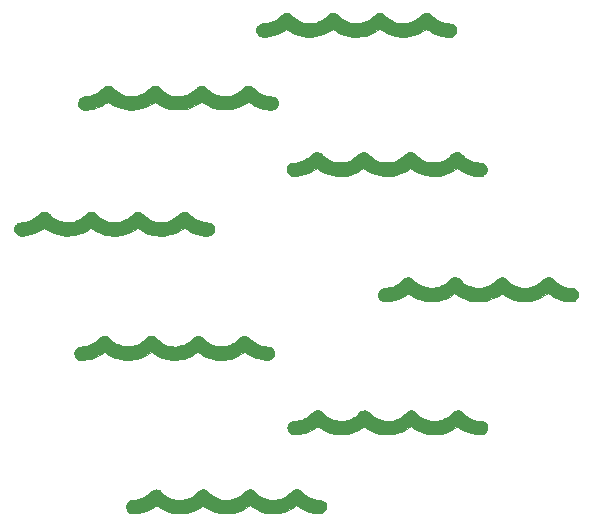
<source format=gbr>
G04 #@! TF.GenerationSoftware,KiCad,Pcbnew,5.1.5+dfsg1-2build2*
G04 #@! TF.CreationDate,2021-04-01T21:50:37-04:00*
G04 #@! TF.ProjectId,ocean_tile_blank,6f636561-6e5f-4746-996c-655f626c616e,rev?*
G04 #@! TF.SameCoordinates,Original*
G04 #@! TF.FileFunction,Copper,L2,Bot*
G04 #@! TF.FilePolarity,Positive*
%FSLAX46Y46*%
G04 Gerber Fmt 4.6, Leading zero omitted, Abs format (unit mm)*
G04 Created by KiCad (PCBNEW 5.1.5+dfsg1-2build2) date 2021-04-01 21:50:37*
%MOMM*%
%LPD*%
G04 APERTURE LIST*
%ADD10C,0.010000*%
G04 APERTURE END LIST*
D10*
G36*
X691957Y-19208270D02*
G01*
X832573Y-19257879D01*
X967685Y-19349225D01*
X1054940Y-19433272D01*
X1268047Y-19633177D01*
X1505952Y-19799817D01*
X1765499Y-19931717D01*
X2043529Y-20027402D01*
X2336887Y-20085396D01*
X2480273Y-20099286D01*
X2635060Y-20115210D01*
X2756937Y-20142473D01*
X2854566Y-20184416D01*
X2936609Y-20244386D01*
X2985396Y-20294291D01*
X3070753Y-20420613D01*
X3118581Y-20558315D01*
X3129053Y-20700571D01*
X3102345Y-20840553D01*
X3038631Y-20971435D01*
X2965798Y-21060385D01*
X2884051Y-21132067D01*
X2799828Y-21181795D01*
X2704065Y-21212189D01*
X2587700Y-21225865D01*
X2441668Y-21225441D01*
X2400932Y-21223518D01*
X2043990Y-21183850D01*
X1693804Y-21104427D01*
X1355476Y-20986966D01*
X1034109Y-20833184D01*
X784538Y-20679622D01*
X594088Y-20549180D01*
X398714Y-20679864D01*
X88497Y-20864501D01*
X-236121Y-21012091D01*
X-580882Y-21125046D01*
X-769456Y-21170774D01*
X-927245Y-21196329D01*
X-1113872Y-21212885D01*
X-1316942Y-21220440D01*
X-1524063Y-21218988D01*
X-1722842Y-21208528D01*
X-1900886Y-21189054D01*
X-2001618Y-21171133D01*
X-2340254Y-21082071D01*
X-2652942Y-20965508D01*
X-2948818Y-20817632D01*
X-3158210Y-20688540D01*
X-3365500Y-20550542D01*
X-3572790Y-20688540D01*
X-3870905Y-20866342D01*
X-4178667Y-21007781D01*
X-4504964Y-21116579D01*
X-4720166Y-21169210D01*
X-4869960Y-21193589D01*
X-5048204Y-21210289D01*
X-5242795Y-21219197D01*
X-5441629Y-21220197D01*
X-5632602Y-21213176D01*
X-5803612Y-21198020D01*
X-5915315Y-21180485D01*
X-6278000Y-21086934D01*
X-6626238Y-20954356D01*
X-6961695Y-20782006D01*
X-7286039Y-20569139D01*
X-7289939Y-20566286D01*
X-7320630Y-20568930D01*
X-7381044Y-20598222D01*
X-7468955Y-20653036D01*
X-7490655Y-20667654D01*
X-7802879Y-20855649D01*
X-8134550Y-21007266D01*
X-8488045Y-21123510D01*
X-8678333Y-21169677D01*
X-8828171Y-21194126D01*
X-9006821Y-21210797D01*
X-9202060Y-21219583D01*
X-9401664Y-21220372D01*
X-9593411Y-21213056D01*
X-9765076Y-21197525D01*
X-9873482Y-21180382D01*
X-10237094Y-21086675D01*
X-10583794Y-20954632D01*
X-10911681Y-20785037D01*
X-11062149Y-20690307D01*
X-11142884Y-20636514D01*
X-11209341Y-20592589D01*
X-11254485Y-20563158D01*
X-11271250Y-20552834D01*
X-11289105Y-20563858D01*
X-11335072Y-20593846D01*
X-11402113Y-20638171D01*
X-11480226Y-20690223D01*
X-11797445Y-20877597D01*
X-12128721Y-21025156D01*
X-12473024Y-21132560D01*
X-12829322Y-21199469D01*
X-13091583Y-21222325D01*
X-13366750Y-21235120D01*
X-13504333Y-21163402D01*
X-13631517Y-21075484D01*
X-13726072Y-20964714D01*
X-13786469Y-20836965D01*
X-13811176Y-20698109D01*
X-13798662Y-20554018D01*
X-13747395Y-20410566D01*
X-13715333Y-20354108D01*
X-13638754Y-20262379D01*
X-13540691Y-20186702D01*
X-13434619Y-20136146D01*
X-13369293Y-20121223D01*
X-13311323Y-20114801D01*
X-13224658Y-20105510D01*
X-13122718Y-20094778D01*
X-13051977Y-20087433D01*
X-12780015Y-20043572D01*
X-12528694Y-19968855D01*
X-12292526Y-19860629D01*
X-12066023Y-19716241D01*
X-11843699Y-19533041D01*
X-11779250Y-19472299D01*
X-11677562Y-19375969D01*
X-11596490Y-19306352D01*
X-11527798Y-19259186D01*
X-11463250Y-19230206D01*
X-11394608Y-19215150D01*
X-11313637Y-19209754D01*
X-11271250Y-19209341D01*
X-11185802Y-19211468D01*
X-11115556Y-19220583D01*
X-11052702Y-19240793D01*
X-10989431Y-19276202D01*
X-10917932Y-19330918D01*
X-10830395Y-19409044D01*
X-10753876Y-19481311D01*
X-10665860Y-19562617D01*
X-10576266Y-19640711D01*
X-10495649Y-19706657D01*
X-10435166Y-19751124D01*
X-10177215Y-19897043D01*
X-9907520Y-20004123D01*
X-9629698Y-20071846D01*
X-9347366Y-20099695D01*
X-9064141Y-20087154D01*
X-8783640Y-20033705D01*
X-8677914Y-20002363D01*
X-8463175Y-19921203D01*
X-8269511Y-19822898D01*
X-8086301Y-19700890D01*
X-7902925Y-19548618D01*
X-7824840Y-19475544D01*
X-7720812Y-19378127D01*
X-7636927Y-19307699D01*
X-7565250Y-19259565D01*
X-7497848Y-19229033D01*
X-7426787Y-19211406D01*
X-7365497Y-19203758D01*
X-7266105Y-19200755D01*
X-7177637Y-19213679D01*
X-7092428Y-19246209D01*
X-7002815Y-19302027D01*
X-6901134Y-19384811D01*
X-6806989Y-19471931D01*
X-6688686Y-19582779D01*
X-6589095Y-19669320D01*
X-6498581Y-19738688D01*
X-6407507Y-19798015D01*
X-6306239Y-19854437D01*
X-6254750Y-19880792D01*
X-5983670Y-19994042D01*
X-5705461Y-20066442D01*
X-5423309Y-20098200D01*
X-5140398Y-20089524D01*
X-4859914Y-20040622D01*
X-4585043Y-19951700D01*
X-4318970Y-19822968D01*
X-4194314Y-19746436D01*
X-4123479Y-19694399D01*
X-4035736Y-19622089D01*
X-3943333Y-19539928D01*
X-3874278Y-19474103D01*
X-3767113Y-19372494D01*
X-3677661Y-19299550D01*
X-3597675Y-19250501D01*
X-3518906Y-19220575D01*
X-3433106Y-19205000D01*
X-3404626Y-19202402D01*
X-3298268Y-19201342D01*
X-3204433Y-19218221D01*
X-3114744Y-19257019D01*
X-3020824Y-19321712D01*
X-2914296Y-19416278D01*
X-2876478Y-19453199D01*
X-2646204Y-19658426D01*
X-2409195Y-19822701D01*
X-2162675Y-19947217D01*
X-1903871Y-20033168D01*
X-1630006Y-20081750D01*
X-1386416Y-20094553D01*
X-1161903Y-20085576D01*
X-960299Y-20055775D01*
X-765898Y-20001675D01*
X-562995Y-19919801D01*
X-532309Y-19905593D01*
X-372203Y-19823510D01*
X-228416Y-19733350D01*
X-89271Y-19626730D01*
X56910Y-19495268D01*
X106919Y-19446744D01*
X201486Y-19357342D01*
X277130Y-19295197D01*
X341473Y-19254586D01*
X391148Y-19233340D01*
X545071Y-19200167D01*
X691957Y-19208270D01*
G37*
X691957Y-19208270D02*
X832573Y-19257879D01*
X967685Y-19349225D01*
X1054940Y-19433272D01*
X1268047Y-19633177D01*
X1505952Y-19799817D01*
X1765499Y-19931717D01*
X2043529Y-20027402D01*
X2336887Y-20085396D01*
X2480273Y-20099286D01*
X2635060Y-20115210D01*
X2756937Y-20142473D01*
X2854566Y-20184416D01*
X2936609Y-20244386D01*
X2985396Y-20294291D01*
X3070753Y-20420613D01*
X3118581Y-20558315D01*
X3129053Y-20700571D01*
X3102345Y-20840553D01*
X3038631Y-20971435D01*
X2965798Y-21060385D01*
X2884051Y-21132067D01*
X2799828Y-21181795D01*
X2704065Y-21212189D01*
X2587700Y-21225865D01*
X2441668Y-21225441D01*
X2400932Y-21223518D01*
X2043990Y-21183850D01*
X1693804Y-21104427D01*
X1355476Y-20986966D01*
X1034109Y-20833184D01*
X784538Y-20679622D01*
X594088Y-20549180D01*
X398714Y-20679864D01*
X88497Y-20864501D01*
X-236121Y-21012091D01*
X-580882Y-21125046D01*
X-769456Y-21170774D01*
X-927245Y-21196329D01*
X-1113872Y-21212885D01*
X-1316942Y-21220440D01*
X-1524063Y-21218988D01*
X-1722842Y-21208528D01*
X-1900886Y-21189054D01*
X-2001618Y-21171133D01*
X-2340254Y-21082071D01*
X-2652942Y-20965508D01*
X-2948818Y-20817632D01*
X-3158210Y-20688540D01*
X-3365500Y-20550542D01*
X-3572790Y-20688540D01*
X-3870905Y-20866342D01*
X-4178667Y-21007781D01*
X-4504964Y-21116579D01*
X-4720166Y-21169210D01*
X-4869960Y-21193589D01*
X-5048204Y-21210289D01*
X-5242795Y-21219197D01*
X-5441629Y-21220197D01*
X-5632602Y-21213176D01*
X-5803612Y-21198020D01*
X-5915315Y-21180485D01*
X-6278000Y-21086934D01*
X-6626238Y-20954356D01*
X-6961695Y-20782006D01*
X-7286039Y-20569139D01*
X-7289939Y-20566286D01*
X-7320630Y-20568930D01*
X-7381044Y-20598222D01*
X-7468955Y-20653036D01*
X-7490655Y-20667654D01*
X-7802879Y-20855649D01*
X-8134550Y-21007266D01*
X-8488045Y-21123510D01*
X-8678333Y-21169677D01*
X-8828171Y-21194126D01*
X-9006821Y-21210797D01*
X-9202060Y-21219583D01*
X-9401664Y-21220372D01*
X-9593411Y-21213056D01*
X-9765076Y-21197525D01*
X-9873482Y-21180382D01*
X-10237094Y-21086675D01*
X-10583794Y-20954632D01*
X-10911681Y-20785037D01*
X-11062149Y-20690307D01*
X-11142884Y-20636514D01*
X-11209341Y-20592589D01*
X-11254485Y-20563158D01*
X-11271250Y-20552834D01*
X-11289105Y-20563858D01*
X-11335072Y-20593846D01*
X-11402113Y-20638171D01*
X-11480226Y-20690223D01*
X-11797445Y-20877597D01*
X-12128721Y-21025156D01*
X-12473024Y-21132560D01*
X-12829322Y-21199469D01*
X-13091583Y-21222325D01*
X-13366750Y-21235120D01*
X-13504333Y-21163402D01*
X-13631517Y-21075484D01*
X-13726072Y-20964714D01*
X-13786469Y-20836965D01*
X-13811176Y-20698109D01*
X-13798662Y-20554018D01*
X-13747395Y-20410566D01*
X-13715333Y-20354108D01*
X-13638754Y-20262379D01*
X-13540691Y-20186702D01*
X-13434619Y-20136146D01*
X-13369293Y-20121223D01*
X-13311323Y-20114801D01*
X-13224658Y-20105510D01*
X-13122718Y-20094778D01*
X-13051977Y-20087433D01*
X-12780015Y-20043572D01*
X-12528694Y-19968855D01*
X-12292526Y-19860629D01*
X-12066023Y-19716241D01*
X-11843699Y-19533041D01*
X-11779250Y-19472299D01*
X-11677562Y-19375969D01*
X-11596490Y-19306352D01*
X-11527798Y-19259186D01*
X-11463250Y-19230206D01*
X-11394608Y-19215150D01*
X-11313637Y-19209754D01*
X-11271250Y-19209341D01*
X-11185802Y-19211468D01*
X-11115556Y-19220583D01*
X-11052702Y-19240793D01*
X-10989431Y-19276202D01*
X-10917932Y-19330918D01*
X-10830395Y-19409044D01*
X-10753876Y-19481311D01*
X-10665860Y-19562617D01*
X-10576266Y-19640711D01*
X-10495649Y-19706657D01*
X-10435166Y-19751124D01*
X-10177215Y-19897043D01*
X-9907520Y-20004123D01*
X-9629698Y-20071846D01*
X-9347366Y-20099695D01*
X-9064141Y-20087154D01*
X-8783640Y-20033705D01*
X-8677914Y-20002363D01*
X-8463175Y-19921203D01*
X-8269511Y-19822898D01*
X-8086301Y-19700890D01*
X-7902925Y-19548618D01*
X-7824840Y-19475544D01*
X-7720812Y-19378127D01*
X-7636927Y-19307699D01*
X-7565250Y-19259565D01*
X-7497848Y-19229033D01*
X-7426787Y-19211406D01*
X-7365497Y-19203758D01*
X-7266105Y-19200755D01*
X-7177637Y-19213679D01*
X-7092428Y-19246209D01*
X-7002815Y-19302027D01*
X-6901134Y-19384811D01*
X-6806989Y-19471931D01*
X-6688686Y-19582779D01*
X-6589095Y-19669320D01*
X-6498581Y-19738688D01*
X-6407507Y-19798015D01*
X-6306239Y-19854437D01*
X-6254750Y-19880792D01*
X-5983670Y-19994042D01*
X-5705461Y-20066442D01*
X-5423309Y-20098200D01*
X-5140398Y-20089524D01*
X-4859914Y-20040622D01*
X-4585043Y-19951700D01*
X-4318970Y-19822968D01*
X-4194314Y-19746436D01*
X-4123479Y-19694399D01*
X-4035736Y-19622089D01*
X-3943333Y-19539928D01*
X-3874278Y-19474103D01*
X-3767113Y-19372494D01*
X-3677661Y-19299550D01*
X-3597675Y-19250501D01*
X-3518906Y-19220575D01*
X-3433106Y-19205000D01*
X-3404626Y-19202402D01*
X-3298268Y-19201342D01*
X-3204433Y-19218221D01*
X-3114744Y-19257019D01*
X-3020824Y-19321712D01*
X-2914296Y-19416278D01*
X-2876478Y-19453199D01*
X-2646204Y-19658426D01*
X-2409195Y-19822701D01*
X-2162675Y-19947217D01*
X-1903871Y-20033168D01*
X-1630006Y-20081750D01*
X-1386416Y-20094553D01*
X-1161903Y-20085576D01*
X-960299Y-20055775D01*
X-765898Y-20001675D01*
X-562995Y-19919801D01*
X-532309Y-19905593D01*
X-372203Y-19823510D01*
X-228416Y-19733350D01*
X-89271Y-19626730D01*
X56910Y-19495268D01*
X106919Y-19446744D01*
X201486Y-19357342D01*
X277130Y-19295197D01*
X341473Y-19254586D01*
X391148Y-19233340D01*
X545071Y-19200167D01*
X691957Y-19208270D01*
G36*
X6425248Y-12515778D02*
G01*
X6511316Y-12537531D01*
X6595342Y-12579142D01*
X6685633Y-12644991D01*
X6790493Y-12739462D01*
X6821121Y-12769207D01*
X7058332Y-12975911D01*
X7308025Y-13143166D01*
X7568564Y-13270556D01*
X7838313Y-13357660D01*
X8115638Y-13404061D01*
X8398902Y-13409340D01*
X8686471Y-13373078D01*
X8932334Y-13309515D01*
X9134509Y-13232983D01*
X9323003Y-13135109D01*
X9506507Y-13010462D01*
X9693708Y-12853608D01*
X9759043Y-12792644D01*
X9864126Y-12694740D01*
X9948514Y-12623510D01*
X10020133Y-12574435D01*
X10086906Y-12542995D01*
X10156761Y-12524672D01*
X10237622Y-12514947D01*
X10247348Y-12514221D01*
X10374126Y-12517689D01*
X10489304Y-12549816D01*
X10600676Y-12614172D01*
X10716038Y-12714329D01*
X10742084Y-12740852D01*
X10967270Y-12946662D01*
X11213204Y-13117522D01*
X11476542Y-13251441D01*
X11753944Y-13346426D01*
X11760797Y-13348224D01*
X11970398Y-13388300D01*
X12196648Y-13406251D01*
X12423963Y-13401886D01*
X12636757Y-13375013D01*
X12706498Y-13359868D01*
X12958743Y-13283694D01*
X13187968Y-13182987D01*
X13402761Y-13052894D01*
X13611711Y-12888560D01*
X13724152Y-12784827D01*
X13838434Y-12679314D01*
X13934866Y-12603375D01*
X14021180Y-12552853D01*
X14105106Y-12523591D01*
X14194376Y-12511435D01*
X14234584Y-12510430D01*
X14329331Y-12516929D01*
X14415507Y-12539214D01*
X14500941Y-12581467D01*
X14593461Y-12647870D01*
X14700897Y-12742605D01*
X14741286Y-12781116D01*
X14830146Y-12863708D01*
X14923800Y-12945250D01*
X15010126Y-13015465D01*
X15068087Y-13058160D01*
X15310677Y-13197803D01*
X15576213Y-13304449D01*
X15858903Y-13376184D01*
X16132773Y-13409929D01*
X16305396Y-13430011D01*
X16443454Y-13467636D01*
X16551664Y-13524568D01*
X16628793Y-13595373D01*
X16713827Y-13725746D01*
X16760704Y-13865369D01*
X16770634Y-14007928D01*
X16744828Y-14147110D01*
X16684496Y-14276599D01*
X16590850Y-14390081D01*
X16465101Y-14481244D01*
X16458203Y-14484990D01*
X16417953Y-14504189D01*
X16375978Y-14517053D01*
X16323034Y-14524693D01*
X16249877Y-14528222D01*
X16147262Y-14528749D01*
X16097250Y-14528381D01*
X15781695Y-14505892D01*
X15460794Y-14445925D01*
X15142612Y-14351154D01*
X14835218Y-14224251D01*
X14546679Y-14067891D01*
X14386468Y-13961411D01*
X14233522Y-13851677D01*
X14109706Y-13942812D01*
X13830236Y-14123299D01*
X13525528Y-14273820D01*
X13202064Y-14392446D01*
X12866322Y-14477251D01*
X12524782Y-14526305D01*
X12183924Y-14537683D01*
X12117917Y-14535340D01*
X11752089Y-14497174D01*
X11395740Y-14418133D01*
X11051550Y-14299101D01*
X10722199Y-14140967D01*
X10482183Y-13994315D01*
X10403572Y-13941907D01*
X10338825Y-13899589D01*
X10295380Y-13872169D01*
X10280775Y-13864167D01*
X10261158Y-13875226D01*
X10213662Y-13905304D01*
X10145508Y-13949750D01*
X10067441Y-14001556D01*
X9752000Y-14187128D01*
X9416851Y-14335626D01*
X9064400Y-14446075D01*
X8858250Y-14491341D01*
X8692810Y-14514276D01*
X8501236Y-14527771D01*
X8296347Y-14531930D01*
X8090961Y-14526859D01*
X7897899Y-14512665D01*
X7729978Y-14489453D01*
X7690956Y-14481726D01*
X7334072Y-14386356D01*
X6999544Y-14257002D01*
X6681432Y-14091167D01*
X6520549Y-13989701D01*
X6416565Y-13923448D01*
X6344346Y-13885052D01*
X6303815Y-13874474D01*
X6297824Y-13876718D01*
X6089527Y-14020465D01*
X5854344Y-14156292D01*
X5607722Y-14276177D01*
X5365108Y-14372096D01*
X5306982Y-14391362D01*
X5123557Y-14444959D01*
X4953321Y-14483630D01*
X4783117Y-14509267D01*
X4599788Y-14523765D01*
X4390175Y-14529016D01*
X4349750Y-14529126D01*
X4134176Y-14525300D01*
X3947191Y-14512559D01*
X3775638Y-14489011D01*
X3606359Y-14452762D01*
X3426196Y-14401917D01*
X3392518Y-14391362D01*
X3089082Y-14275816D01*
X2783632Y-14121962D01*
X2482362Y-13933020D01*
X2402967Y-13876718D01*
X2373293Y-13877964D01*
X2314819Y-13905049D01*
X2226160Y-13958672D01*
X2178952Y-13989701D01*
X1862159Y-14177663D01*
X1532472Y-14327021D01*
X1192774Y-14436815D01*
X845947Y-14506082D01*
X551437Y-14532236D01*
X424035Y-14535046D01*
X328298Y-14531735D01*
X253904Y-14521597D01*
X204048Y-14508496D01*
X84289Y-14448764D01*
X-18565Y-14356400D01*
X-98877Y-14239580D01*
X-151011Y-14106477D01*
X-169333Y-13966952D01*
X-151629Y-13846529D01*
X-103441Y-13723660D01*
X-32157Y-13614817D01*
X7315Y-13573106D01*
X74711Y-13518648D01*
X148031Y-13477429D01*
X235715Y-13446720D01*
X346200Y-13423792D01*
X487927Y-13405917D01*
X539750Y-13400955D01*
X825630Y-13359323D01*
X1087421Y-13287001D01*
X1330678Y-13181365D01*
X1560952Y-13039794D01*
X1783796Y-12859666D01*
X1880651Y-12767791D01*
X1990127Y-12665018D01*
X2083366Y-12592250D01*
X2168761Y-12545065D01*
X2254707Y-12519036D01*
X2349596Y-12509741D01*
X2370667Y-12509500D01*
X2465043Y-12515446D01*
X2550114Y-12536059D01*
X2633728Y-12575502D01*
X2723737Y-12637937D01*
X2827988Y-12727527D01*
X2887857Y-12783756D01*
X3006135Y-12894568D01*
X3105741Y-12981078D01*
X3196335Y-13050438D01*
X3287581Y-13109801D01*
X3389140Y-13166317D01*
X3439584Y-13192125D01*
X3687348Y-13296202D01*
X3947631Y-13367941D01*
X4211166Y-13405614D01*
X4468686Y-13407494D01*
X4553304Y-13399663D01*
X4730966Y-13373520D01*
X4884248Y-13338710D01*
X5030945Y-13290231D01*
X5188851Y-13223082D01*
X5200189Y-13217830D01*
X5322459Y-13158298D01*
X5425855Y-13100608D01*
X5520351Y-13037679D01*
X5615923Y-12962432D01*
X5722546Y-12867783D01*
X5811644Y-12783756D01*
X5925952Y-12679041D01*
X6022095Y-12603560D01*
X6107922Y-12553151D01*
X6191284Y-12523651D01*
X6280030Y-12510898D01*
X6328833Y-12509500D01*
X6425248Y-12515778D01*
G37*
X6425248Y-12515778D02*
X6511316Y-12537531D01*
X6595342Y-12579142D01*
X6685633Y-12644991D01*
X6790493Y-12739462D01*
X6821121Y-12769207D01*
X7058332Y-12975911D01*
X7308025Y-13143166D01*
X7568564Y-13270556D01*
X7838313Y-13357660D01*
X8115638Y-13404061D01*
X8398902Y-13409340D01*
X8686471Y-13373078D01*
X8932334Y-13309515D01*
X9134509Y-13232983D01*
X9323003Y-13135109D01*
X9506507Y-13010462D01*
X9693708Y-12853608D01*
X9759043Y-12792644D01*
X9864126Y-12694740D01*
X9948514Y-12623510D01*
X10020133Y-12574435D01*
X10086906Y-12542995D01*
X10156761Y-12524672D01*
X10237622Y-12514947D01*
X10247348Y-12514221D01*
X10374126Y-12517689D01*
X10489304Y-12549816D01*
X10600676Y-12614172D01*
X10716038Y-12714329D01*
X10742084Y-12740852D01*
X10967270Y-12946662D01*
X11213204Y-13117522D01*
X11476542Y-13251441D01*
X11753944Y-13346426D01*
X11760797Y-13348224D01*
X11970398Y-13388300D01*
X12196648Y-13406251D01*
X12423963Y-13401886D01*
X12636757Y-13375013D01*
X12706498Y-13359868D01*
X12958743Y-13283694D01*
X13187968Y-13182987D01*
X13402761Y-13052894D01*
X13611711Y-12888560D01*
X13724152Y-12784827D01*
X13838434Y-12679314D01*
X13934866Y-12603375D01*
X14021180Y-12552853D01*
X14105106Y-12523591D01*
X14194376Y-12511435D01*
X14234584Y-12510430D01*
X14329331Y-12516929D01*
X14415507Y-12539214D01*
X14500941Y-12581467D01*
X14593461Y-12647870D01*
X14700897Y-12742605D01*
X14741286Y-12781116D01*
X14830146Y-12863708D01*
X14923800Y-12945250D01*
X15010126Y-13015465D01*
X15068087Y-13058160D01*
X15310677Y-13197803D01*
X15576213Y-13304449D01*
X15858903Y-13376184D01*
X16132773Y-13409929D01*
X16305396Y-13430011D01*
X16443454Y-13467636D01*
X16551664Y-13524568D01*
X16628793Y-13595373D01*
X16713827Y-13725746D01*
X16760704Y-13865369D01*
X16770634Y-14007928D01*
X16744828Y-14147110D01*
X16684496Y-14276599D01*
X16590850Y-14390081D01*
X16465101Y-14481244D01*
X16458203Y-14484990D01*
X16417953Y-14504189D01*
X16375978Y-14517053D01*
X16323034Y-14524693D01*
X16249877Y-14528222D01*
X16147262Y-14528749D01*
X16097250Y-14528381D01*
X15781695Y-14505892D01*
X15460794Y-14445925D01*
X15142612Y-14351154D01*
X14835218Y-14224251D01*
X14546679Y-14067891D01*
X14386468Y-13961411D01*
X14233522Y-13851677D01*
X14109706Y-13942812D01*
X13830236Y-14123299D01*
X13525528Y-14273820D01*
X13202064Y-14392446D01*
X12866322Y-14477251D01*
X12524782Y-14526305D01*
X12183924Y-14537683D01*
X12117917Y-14535340D01*
X11752089Y-14497174D01*
X11395740Y-14418133D01*
X11051550Y-14299101D01*
X10722199Y-14140967D01*
X10482183Y-13994315D01*
X10403572Y-13941907D01*
X10338825Y-13899589D01*
X10295380Y-13872169D01*
X10280775Y-13864167D01*
X10261158Y-13875226D01*
X10213662Y-13905304D01*
X10145508Y-13949750D01*
X10067441Y-14001556D01*
X9752000Y-14187128D01*
X9416851Y-14335626D01*
X9064400Y-14446075D01*
X8858250Y-14491341D01*
X8692810Y-14514276D01*
X8501236Y-14527771D01*
X8296347Y-14531930D01*
X8090961Y-14526859D01*
X7897899Y-14512665D01*
X7729978Y-14489453D01*
X7690956Y-14481726D01*
X7334072Y-14386356D01*
X6999544Y-14257002D01*
X6681432Y-14091167D01*
X6520549Y-13989701D01*
X6416565Y-13923448D01*
X6344346Y-13885052D01*
X6303815Y-13874474D01*
X6297824Y-13876718D01*
X6089527Y-14020465D01*
X5854344Y-14156292D01*
X5607722Y-14276177D01*
X5365108Y-14372096D01*
X5306982Y-14391362D01*
X5123557Y-14444959D01*
X4953321Y-14483630D01*
X4783117Y-14509267D01*
X4599788Y-14523765D01*
X4390175Y-14529016D01*
X4349750Y-14529126D01*
X4134176Y-14525300D01*
X3947191Y-14512559D01*
X3775638Y-14489011D01*
X3606359Y-14452762D01*
X3426196Y-14401917D01*
X3392518Y-14391362D01*
X3089082Y-14275816D01*
X2783632Y-14121962D01*
X2482362Y-13933020D01*
X2402967Y-13876718D01*
X2373293Y-13877964D01*
X2314819Y-13905049D01*
X2226160Y-13958672D01*
X2178952Y-13989701D01*
X1862159Y-14177663D01*
X1532472Y-14327021D01*
X1192774Y-14436815D01*
X845947Y-14506082D01*
X551437Y-14532236D01*
X424035Y-14535046D01*
X328298Y-14531735D01*
X253904Y-14521597D01*
X204048Y-14508496D01*
X84289Y-14448764D01*
X-18565Y-14356400D01*
X-98877Y-14239580D01*
X-151011Y-14106477D01*
X-169333Y-13966952D01*
X-151629Y-13846529D01*
X-103441Y-13723660D01*
X-32157Y-13614817D01*
X7315Y-13573106D01*
X74711Y-13518648D01*
X148031Y-13477429D01*
X235715Y-13446720D01*
X346200Y-13423792D01*
X487927Y-13405917D01*
X539750Y-13400955D01*
X825630Y-13359323D01*
X1087421Y-13287001D01*
X1330678Y-13181365D01*
X1560952Y-13039794D01*
X1783796Y-12859666D01*
X1880651Y-12767791D01*
X1990127Y-12665018D01*
X2083366Y-12592250D01*
X2168761Y-12545065D01*
X2254707Y-12519036D01*
X2349596Y-12509741D01*
X2370667Y-12509500D01*
X2465043Y-12515446D01*
X2550114Y-12536059D01*
X2633728Y-12575502D01*
X2723737Y-12637937D01*
X2827988Y-12727527D01*
X2887857Y-12783756D01*
X3006135Y-12894568D01*
X3105741Y-12981078D01*
X3196335Y-13050438D01*
X3287581Y-13109801D01*
X3389140Y-13166317D01*
X3439584Y-13192125D01*
X3687348Y-13296202D01*
X3947631Y-13367941D01*
X4211166Y-13405614D01*
X4468686Y-13407494D01*
X4553304Y-13399663D01*
X4730966Y-13373520D01*
X4884248Y-13338710D01*
X5030945Y-13290231D01*
X5188851Y-13223082D01*
X5200189Y-13217830D01*
X5322459Y-13158298D01*
X5425855Y-13100608D01*
X5520351Y-13037679D01*
X5615923Y-12962432D01*
X5722546Y-12867783D01*
X5811644Y-12783756D01*
X5925952Y-12679041D01*
X6022095Y-12603560D01*
X6107922Y-12553151D01*
X6191284Y-12523651D01*
X6280030Y-12510898D01*
X6328833Y-12509500D01*
X6425248Y-12515778D01*
G36*
X-15533893Y-6224295D02*
G01*
X-15497025Y-6234646D01*
X-15444883Y-6253724D01*
X-15393216Y-6281995D01*
X-15334567Y-6324894D01*
X-15261476Y-6387854D01*
X-15170213Y-6472771D01*
X-15031467Y-6599782D01*
X-14907960Y-6701214D01*
X-14788777Y-6784773D01*
X-14663004Y-6858169D01*
X-14532367Y-6923212D01*
X-14342672Y-7001669D01*
X-14156778Y-7055152D01*
X-13961245Y-7086479D01*
X-13742634Y-7098466D01*
X-13694833Y-7098791D01*
X-13474241Y-7090756D01*
X-13279003Y-7064599D01*
X-13094902Y-7017237D01*
X-12907722Y-6945588D01*
X-12835082Y-6912421D01*
X-12716355Y-6853851D01*
X-12616212Y-6797886D01*
X-12525003Y-6737648D01*
X-12433078Y-6666254D01*
X-12330789Y-6576826D01*
X-12221778Y-6475127D01*
X-12127351Y-6387228D01*
X-12054678Y-6324645D01*
X-11996379Y-6281986D01*
X-11945072Y-6253857D01*
X-11893374Y-6234864D01*
X-11892641Y-6234646D01*
X-11779386Y-6208364D01*
X-11679969Y-6205176D01*
X-11572752Y-6225077D01*
X-11539080Y-6234580D01*
X-11489935Y-6252421D01*
X-11440892Y-6278739D01*
X-11385150Y-6318575D01*
X-11315907Y-6376973D01*
X-11226359Y-6458974D01*
X-11189293Y-6493872D01*
X-11092835Y-6581568D01*
X-10992974Y-6666313D01*
X-10899733Y-6739978D01*
X-10823135Y-6794438D01*
X-10803596Y-6806587D01*
X-10534071Y-6942562D01*
X-10256877Y-7038031D01*
X-9974544Y-7092681D01*
X-9689597Y-7106198D01*
X-9404565Y-7078270D01*
X-9136284Y-7013152D01*
X-8923982Y-6934730D01*
X-8729689Y-6837097D01*
X-8543904Y-6714388D01*
X-8357127Y-6560735D01*
X-8265583Y-6475473D01*
X-8163194Y-6379117D01*
X-8081527Y-6309510D01*
X-8012498Y-6262384D01*
X-7948019Y-6233469D01*
X-7880006Y-6218497D01*
X-7800372Y-6213197D01*
X-7768166Y-6212837D01*
X-7664851Y-6218078D01*
X-7576003Y-6237428D01*
X-7492832Y-6275428D01*
X-7406546Y-6336619D01*
X-7308352Y-6425541D01*
X-7256890Y-6476879D01*
X-7031437Y-6676531D01*
X-6782157Y-6841833D01*
X-6512371Y-6970905D01*
X-6225400Y-7061868D01*
X-6220973Y-7062935D01*
X-6100785Y-7083423D01*
X-5953386Y-7095905D01*
X-5792244Y-7100378D01*
X-5630825Y-7096839D01*
X-5482596Y-7085285D01*
X-5361024Y-7065713D01*
X-5350143Y-7063141D01*
X-5064199Y-6973213D01*
X-4800838Y-6848836D01*
X-4556204Y-6687853D01*
X-4334101Y-6495613D01*
X-4226922Y-6393785D01*
X-4140103Y-6319453D01*
X-4065902Y-6268448D01*
X-3996581Y-6236603D01*
X-3924400Y-6219751D01*
X-3841617Y-6213722D01*
X-3810000Y-6213398D01*
X-3715579Y-6217533D01*
X-3635066Y-6232845D01*
X-3560179Y-6263698D01*
X-3482636Y-6314453D01*
X-3394155Y-6389472D01*
X-3294946Y-6484688D01*
X-3076110Y-6678511D01*
X-2847531Y-6834153D01*
X-2604414Y-6953767D01*
X-2341964Y-7039504D01*
X-2055383Y-7093518D01*
X-1903443Y-7109153D01*
X-1768761Y-7122421D01*
X-1666381Y-7140530D01*
X-1586293Y-7166926D01*
X-1518488Y-7205057D01*
X-1452956Y-7258371D01*
X-1442770Y-7267828D01*
X-1362516Y-7357413D01*
X-1312138Y-7452223D01*
X-1286802Y-7564383D01*
X-1281316Y-7672917D01*
X-1290288Y-7807381D01*
X-1320617Y-7914973D01*
X-1377420Y-8007912D01*
X-1455716Y-8089410D01*
X-1531413Y-8150073D01*
X-1608038Y-8192121D01*
X-1694888Y-8217946D01*
X-1801257Y-8229941D01*
X-1936441Y-8230497D01*
X-1995438Y-8228290D01*
X-2353919Y-8191155D01*
X-2704716Y-8113034D01*
X-3044788Y-7995020D01*
X-3371099Y-7838204D01*
X-3680609Y-7643679D01*
X-3738013Y-7601991D01*
X-3803610Y-7553263D01*
X-3978170Y-7672125D01*
X-4283318Y-7855682D01*
X-4611424Y-8008026D01*
X-4952938Y-8125065D01*
X-5150095Y-8174445D01*
X-5288475Y-8197118D01*
X-5456585Y-8213208D01*
X-5643027Y-8222612D01*
X-5836398Y-8225232D01*
X-6025298Y-8220965D01*
X-6198325Y-8209711D01*
X-6344079Y-8191371D01*
X-6376879Y-8185271D01*
X-6726561Y-8093513D01*
X-7068121Y-7962804D01*
X-7393433Y-7796524D01*
X-7559359Y-7693217D01*
X-7765131Y-7556229D01*
X-7966628Y-7692844D01*
X-8277934Y-7879415D01*
X-8602995Y-8026136D01*
X-8942598Y-8133265D01*
X-9297532Y-8201057D01*
X-9610990Y-8227908D01*
X-9974958Y-8222741D01*
X-10330951Y-8178364D01*
X-10675496Y-8095783D01*
X-11005118Y-7976000D01*
X-11316344Y-7820019D01*
X-11554813Y-7666219D01*
X-11645112Y-7605543D01*
X-11707162Y-7573213D01*
X-11739900Y-7569781D01*
X-11740303Y-7570049D01*
X-11990403Y-7735839D01*
X-12225195Y-7871812D01*
X-12454352Y-7982326D01*
X-12687549Y-8071740D01*
X-12934457Y-8144414D01*
X-13102166Y-8183728D01*
X-13220717Y-8202313D01*
X-13370342Y-8215369D01*
X-13540186Y-8222897D01*
X-13719395Y-8224898D01*
X-13897113Y-8221374D01*
X-14062486Y-8212324D01*
X-14204660Y-8197749D01*
X-14287500Y-8183635D01*
X-14649574Y-8087402D01*
X-14985080Y-7959879D01*
X-15297453Y-7799640D01*
X-15462250Y-7695966D01*
X-15555409Y-7635889D01*
X-15629281Y-7593580D01*
X-15678634Y-7571832D01*
X-15696647Y-7570863D01*
X-15894755Y-7708757D01*
X-16117994Y-7840884D01*
X-16349333Y-7957663D01*
X-16497574Y-8021435D01*
X-16657681Y-8077936D01*
X-16832557Y-8127353D01*
X-17014979Y-8168690D01*
X-17197723Y-8200949D01*
X-17373569Y-8223135D01*
X-17535293Y-8234252D01*
X-17675672Y-8233303D01*
X-17787484Y-8219292D01*
X-17833907Y-8205765D01*
X-17958140Y-8140549D01*
X-18064257Y-8051165D01*
X-18144583Y-7945896D01*
X-18191442Y-7833024D01*
X-18195097Y-7816016D01*
X-18203460Y-7720005D01*
X-18198095Y-7612127D01*
X-18181026Y-7508324D01*
X-18154279Y-7424536D01*
X-18142527Y-7402109D01*
X-18042546Y-7276334D01*
X-17920886Y-7184364D01*
X-17782061Y-7128839D01*
X-17646471Y-7112207D01*
X-17434893Y-7097873D01*
X-17209439Y-7057982D01*
X-16986864Y-6996200D01*
X-16815069Y-6930368D01*
X-16630832Y-6833843D01*
X-16443618Y-6705061D01*
X-16248785Y-6540704D01*
X-16180646Y-6476768D01*
X-16087493Y-6388987D01*
X-16015987Y-6326532D01*
X-15958709Y-6283946D01*
X-15908243Y-6255775D01*
X-15857172Y-6236563D01*
X-15851870Y-6234961D01*
X-15738823Y-6208581D01*
X-15639977Y-6205032D01*
X-15533893Y-6224295D01*
G37*
X-15533893Y-6224295D02*
X-15497025Y-6234646D01*
X-15444883Y-6253724D01*
X-15393216Y-6281995D01*
X-15334567Y-6324894D01*
X-15261476Y-6387854D01*
X-15170213Y-6472771D01*
X-15031467Y-6599782D01*
X-14907960Y-6701214D01*
X-14788777Y-6784773D01*
X-14663004Y-6858169D01*
X-14532367Y-6923212D01*
X-14342672Y-7001669D01*
X-14156778Y-7055152D01*
X-13961245Y-7086479D01*
X-13742634Y-7098466D01*
X-13694833Y-7098791D01*
X-13474241Y-7090756D01*
X-13279003Y-7064599D01*
X-13094902Y-7017237D01*
X-12907722Y-6945588D01*
X-12835082Y-6912421D01*
X-12716355Y-6853851D01*
X-12616212Y-6797886D01*
X-12525003Y-6737648D01*
X-12433078Y-6666254D01*
X-12330789Y-6576826D01*
X-12221778Y-6475127D01*
X-12127351Y-6387228D01*
X-12054678Y-6324645D01*
X-11996379Y-6281986D01*
X-11945072Y-6253857D01*
X-11893374Y-6234864D01*
X-11892641Y-6234646D01*
X-11779386Y-6208364D01*
X-11679969Y-6205176D01*
X-11572752Y-6225077D01*
X-11539080Y-6234580D01*
X-11489935Y-6252421D01*
X-11440892Y-6278739D01*
X-11385150Y-6318575D01*
X-11315907Y-6376973D01*
X-11226359Y-6458974D01*
X-11189293Y-6493872D01*
X-11092835Y-6581568D01*
X-10992974Y-6666313D01*
X-10899733Y-6739978D01*
X-10823135Y-6794438D01*
X-10803596Y-6806587D01*
X-10534071Y-6942562D01*
X-10256877Y-7038031D01*
X-9974544Y-7092681D01*
X-9689597Y-7106198D01*
X-9404565Y-7078270D01*
X-9136284Y-7013152D01*
X-8923982Y-6934730D01*
X-8729689Y-6837097D01*
X-8543904Y-6714388D01*
X-8357127Y-6560735D01*
X-8265583Y-6475473D01*
X-8163194Y-6379117D01*
X-8081527Y-6309510D01*
X-8012498Y-6262384D01*
X-7948019Y-6233469D01*
X-7880006Y-6218497D01*
X-7800372Y-6213197D01*
X-7768166Y-6212837D01*
X-7664851Y-6218078D01*
X-7576003Y-6237428D01*
X-7492832Y-6275428D01*
X-7406546Y-6336619D01*
X-7308352Y-6425541D01*
X-7256890Y-6476879D01*
X-7031437Y-6676531D01*
X-6782157Y-6841833D01*
X-6512371Y-6970905D01*
X-6225400Y-7061868D01*
X-6220973Y-7062935D01*
X-6100785Y-7083423D01*
X-5953386Y-7095905D01*
X-5792244Y-7100378D01*
X-5630825Y-7096839D01*
X-5482596Y-7085285D01*
X-5361024Y-7065713D01*
X-5350143Y-7063141D01*
X-5064199Y-6973213D01*
X-4800838Y-6848836D01*
X-4556204Y-6687853D01*
X-4334101Y-6495613D01*
X-4226922Y-6393785D01*
X-4140103Y-6319453D01*
X-4065902Y-6268448D01*
X-3996581Y-6236603D01*
X-3924400Y-6219751D01*
X-3841617Y-6213722D01*
X-3810000Y-6213398D01*
X-3715579Y-6217533D01*
X-3635066Y-6232845D01*
X-3560179Y-6263698D01*
X-3482636Y-6314453D01*
X-3394155Y-6389472D01*
X-3294946Y-6484688D01*
X-3076110Y-6678511D01*
X-2847531Y-6834153D01*
X-2604414Y-6953767D01*
X-2341964Y-7039504D01*
X-2055383Y-7093518D01*
X-1903443Y-7109153D01*
X-1768761Y-7122421D01*
X-1666381Y-7140530D01*
X-1586293Y-7166926D01*
X-1518488Y-7205057D01*
X-1452956Y-7258371D01*
X-1442770Y-7267828D01*
X-1362516Y-7357413D01*
X-1312138Y-7452223D01*
X-1286802Y-7564383D01*
X-1281316Y-7672917D01*
X-1290288Y-7807381D01*
X-1320617Y-7914973D01*
X-1377420Y-8007912D01*
X-1455716Y-8089410D01*
X-1531413Y-8150073D01*
X-1608038Y-8192121D01*
X-1694888Y-8217946D01*
X-1801257Y-8229941D01*
X-1936441Y-8230497D01*
X-1995438Y-8228290D01*
X-2353919Y-8191155D01*
X-2704716Y-8113034D01*
X-3044788Y-7995020D01*
X-3371099Y-7838204D01*
X-3680609Y-7643679D01*
X-3738013Y-7601991D01*
X-3803610Y-7553263D01*
X-3978170Y-7672125D01*
X-4283318Y-7855682D01*
X-4611424Y-8008026D01*
X-4952938Y-8125065D01*
X-5150095Y-8174445D01*
X-5288475Y-8197118D01*
X-5456585Y-8213208D01*
X-5643027Y-8222612D01*
X-5836398Y-8225232D01*
X-6025298Y-8220965D01*
X-6198325Y-8209711D01*
X-6344079Y-8191371D01*
X-6376879Y-8185271D01*
X-6726561Y-8093513D01*
X-7068121Y-7962804D01*
X-7393433Y-7796524D01*
X-7559359Y-7693217D01*
X-7765131Y-7556229D01*
X-7966628Y-7692844D01*
X-8277934Y-7879415D01*
X-8602995Y-8026136D01*
X-8942598Y-8133265D01*
X-9297532Y-8201057D01*
X-9610990Y-8227908D01*
X-9974958Y-8222741D01*
X-10330951Y-8178364D01*
X-10675496Y-8095783D01*
X-11005118Y-7976000D01*
X-11316344Y-7820019D01*
X-11554813Y-7666219D01*
X-11645112Y-7605543D01*
X-11707162Y-7573213D01*
X-11739900Y-7569781D01*
X-11740303Y-7570049D01*
X-11990403Y-7735839D01*
X-12225195Y-7871812D01*
X-12454352Y-7982326D01*
X-12687549Y-8071740D01*
X-12934457Y-8144414D01*
X-13102166Y-8183728D01*
X-13220717Y-8202313D01*
X-13370342Y-8215369D01*
X-13540186Y-8222897D01*
X-13719395Y-8224898D01*
X-13897113Y-8221374D01*
X-14062486Y-8212324D01*
X-14204660Y-8197749D01*
X-14287500Y-8183635D01*
X-14649574Y-8087402D01*
X-14985080Y-7959879D01*
X-15297453Y-7799640D01*
X-15462250Y-7695966D01*
X-15555409Y-7635889D01*
X-15629281Y-7593580D01*
X-15678634Y-7571832D01*
X-15696647Y-7570863D01*
X-15894755Y-7708757D01*
X-16117994Y-7840884D01*
X-16349333Y-7957663D01*
X-16497574Y-8021435D01*
X-16657681Y-8077936D01*
X-16832557Y-8127353D01*
X-17014979Y-8168690D01*
X-17197723Y-8200949D01*
X-17373569Y-8223135D01*
X-17535293Y-8234252D01*
X-17675672Y-8233303D01*
X-17787484Y-8219292D01*
X-17833907Y-8205765D01*
X-17958140Y-8140549D01*
X-18064257Y-8051165D01*
X-18144583Y-7945896D01*
X-18191442Y-7833024D01*
X-18195097Y-7816016D01*
X-18203460Y-7720005D01*
X-18198095Y-7612127D01*
X-18181026Y-7508324D01*
X-18154279Y-7424536D01*
X-18142527Y-7402109D01*
X-18042546Y-7276334D01*
X-17920886Y-7184364D01*
X-17782061Y-7128839D01*
X-17646471Y-7112207D01*
X-17434893Y-7097873D01*
X-17209439Y-7057982D01*
X-16986864Y-6996200D01*
X-16815069Y-6930368D01*
X-16630832Y-6833843D01*
X-16443618Y-6705061D01*
X-16248785Y-6540704D01*
X-16180646Y-6476768D01*
X-16087493Y-6388987D01*
X-16015987Y-6326532D01*
X-15958709Y-6283946D01*
X-15908243Y-6255775D01*
X-15857172Y-6236563D01*
X-15851870Y-6234961D01*
X-15738823Y-6208581D01*
X-15639977Y-6205032D01*
X-15533893Y-6224295D01*
G36*
X14109266Y-1248523D02*
G01*
X14207266Y-1276813D01*
X14303783Y-1329150D01*
X14406845Y-1409778D01*
X14510893Y-1509082D01*
X14737279Y-1711242D01*
X14978583Y-1873814D01*
X15235168Y-1996963D01*
X15507400Y-2080853D01*
X15795643Y-2125651D01*
X15885584Y-2131504D01*
X16180339Y-2125552D01*
X16460700Y-2080179D01*
X16727578Y-1995032D01*
X16981881Y-1869754D01*
X17224520Y-1703992D01*
X17420167Y-1533034D01*
X17534990Y-1426086D01*
X17630378Y-1347840D01*
X17713693Y-1294225D01*
X17792296Y-1261172D01*
X17873550Y-1244609D01*
X17949334Y-1240461D01*
X18054958Y-1246929D01*
X18148686Y-1270890D01*
X18239231Y-1316793D01*
X18335304Y-1389088D01*
X18445619Y-1492222D01*
X18448968Y-1495568D01*
X18674477Y-1697949D01*
X18907104Y-1859755D01*
X19150407Y-1982595D01*
X19407944Y-2068076D01*
X19683271Y-2117808D01*
X19854334Y-2130983D01*
X20134492Y-2126200D01*
X20398280Y-2086357D01*
X20649249Y-2010042D01*
X20890950Y-1895845D01*
X21126935Y-1742355D01*
X21360757Y-1548159D01*
X21390207Y-1520767D01*
X21499765Y-1420126D01*
X21587992Y-1346471D01*
X21662354Y-1295755D01*
X21730315Y-1263932D01*
X21799341Y-1246957D01*
X21876897Y-1240784D01*
X21907500Y-1240427D01*
X21998512Y-1244741D01*
X22076723Y-1260628D01*
X22150693Y-1292505D01*
X22228981Y-1344789D01*
X22320147Y-1421898D01*
X22395332Y-1492170D01*
X22617768Y-1687167D01*
X22839197Y-1843388D01*
X23065952Y-1963746D01*
X23304364Y-2051160D01*
X23560764Y-2108543D01*
X23792346Y-2135496D01*
X23956288Y-2153583D01*
X24085911Y-2182727D01*
X24188587Y-2226643D01*
X24271689Y-2289045D01*
X24342588Y-2373647D01*
X24379124Y-2431106D01*
X24409501Y-2488824D01*
X24427041Y-2543291D01*
X24435070Y-2609910D01*
X24436917Y-2698750D01*
X24428746Y-2831830D01*
X24400843Y-2938043D01*
X24348127Y-3030238D01*
X24272442Y-3114603D01*
X24208318Y-3170830D01*
X24144067Y-3211220D01*
X24071537Y-3237744D01*
X23982578Y-3252375D01*
X23869039Y-3257085D01*
X23722769Y-3253848D01*
X23700819Y-3252941D01*
X23345062Y-3217695D01*
X23002846Y-3142740D01*
X22672692Y-3027581D01*
X22353121Y-2871724D01*
X22108580Y-2720452D01*
X21907542Y-2584149D01*
X21752639Y-2695287D01*
X21511919Y-2847990D01*
X21241795Y-2983831D01*
X20953491Y-3097827D01*
X20658235Y-3184998D01*
X20637798Y-3189919D01*
X20450225Y-3224351D01*
X20235083Y-3247086D01*
X20005583Y-3257793D01*
X19774936Y-3256140D01*
X19556352Y-3241797D01*
X19399129Y-3220976D01*
X19042508Y-3139041D01*
X18700194Y-3017266D01*
X18372259Y-2855681D01*
X18152562Y-2719752D01*
X17955739Y-2587230D01*
X17789741Y-2701313D01*
X17503116Y-2875499D01*
X17190773Y-3023636D01*
X16863487Y-3141132D01*
X16594667Y-3210722D01*
X16515576Y-3225275D01*
X16429574Y-3235870D01*
X16328579Y-3243012D01*
X16204507Y-3247205D01*
X16049275Y-3248954D01*
X15980834Y-3249084D01*
X15811722Y-3248126D01*
X15676825Y-3244915D01*
X15568059Y-3238948D01*
X15477342Y-3229717D01*
X15396589Y-3216719D01*
X15367000Y-3210722D01*
X15053393Y-3127031D01*
X14743475Y-3012131D01*
X14448907Y-2870989D01*
X14181347Y-2708568D01*
X14171084Y-2701499D01*
X14092013Y-2647769D01*
X14039114Y-2615676D01*
X14004348Y-2601917D01*
X13979681Y-2603188D01*
X13959417Y-2614492D01*
X13672707Y-2803147D01*
X13391324Y-2955127D01*
X13108081Y-3074198D01*
X13031137Y-3100933D01*
X12879107Y-3149518D01*
X12746371Y-3186423D01*
X12622562Y-3213173D01*
X12497311Y-3231290D01*
X12360251Y-3242298D01*
X12201013Y-3247720D01*
X12022667Y-3249084D01*
X11833284Y-3247511D01*
X11675783Y-3241779D01*
X11539794Y-3230364D01*
X11414948Y-3211741D01*
X11290875Y-3184387D01*
X11157207Y-3146779D01*
X11014047Y-3100883D01*
X10863360Y-3045003D01*
X10703260Y-2975651D01*
X10542738Y-2897566D01*
X10390787Y-2815489D01*
X10256401Y-2734161D01*
X10148573Y-2658321D01*
X10104897Y-2621635D01*
X10085034Y-2605070D01*
X10065383Y-2598244D01*
X10038804Y-2603950D01*
X9998158Y-2624980D01*
X9936306Y-2664126D01*
X9850897Y-2720977D01*
X9544940Y-2902663D01*
X9224895Y-3048754D01*
X8895478Y-3157755D01*
X8561409Y-3228173D01*
X8227405Y-3258514D01*
X8149481Y-3259667D01*
X8044536Y-3258729D01*
X7970055Y-3254549D01*
X7914181Y-3245074D01*
X7865061Y-3228251D01*
X7810841Y-3202029D01*
X7808012Y-3200554D01*
X7700162Y-3125966D01*
X7610426Y-3028732D01*
X7549001Y-2920756D01*
X7536299Y-2883424D01*
X7513765Y-2733164D01*
X7527139Y-2585167D01*
X7574136Y-2448025D01*
X7652473Y-2330330D01*
X7694482Y-2288490D01*
X7762677Y-2235054D01*
X7832951Y-2196316D01*
X7915124Y-2169110D01*
X8019019Y-2150271D01*
X8154456Y-2136636D01*
X8169321Y-2135496D01*
X8464879Y-2096796D01*
X8735899Y-2025725D01*
X8987259Y-1920053D01*
X9223836Y-1777551D01*
X9450509Y-1595991D01*
X9544399Y-1507089D01*
X9655568Y-1402532D01*
X9750182Y-1327956D01*
X9836496Y-1279042D01*
X9922768Y-1251472D01*
X10017255Y-1240927D01*
X10054167Y-1240461D01*
X10143349Y-1246307D01*
X10223689Y-1265219D01*
X10302549Y-1301270D01*
X10387291Y-1358529D01*
X10485277Y-1441066D01*
X10583334Y-1533034D01*
X10816869Y-1733109D01*
X11061305Y-1892401D01*
X11317549Y-2011266D01*
X11586513Y-2090057D01*
X11869105Y-2129129D01*
X12117917Y-2131504D01*
X12407452Y-2099653D01*
X12679428Y-2030451D01*
X12935952Y-1922949D01*
X13179134Y-1776193D01*
X13411082Y-1589234D01*
X13492793Y-1511354D01*
X13607294Y-1403964D01*
X13705993Y-1327385D01*
X13796835Y-1277382D01*
X13887763Y-1249722D01*
X13986721Y-1240169D01*
X14001750Y-1240036D01*
X14109266Y-1248523D01*
G37*
X14109266Y-1248523D02*
X14207266Y-1276813D01*
X14303783Y-1329150D01*
X14406845Y-1409778D01*
X14510893Y-1509082D01*
X14737279Y-1711242D01*
X14978583Y-1873814D01*
X15235168Y-1996963D01*
X15507400Y-2080853D01*
X15795643Y-2125651D01*
X15885584Y-2131504D01*
X16180339Y-2125552D01*
X16460700Y-2080179D01*
X16727578Y-1995032D01*
X16981881Y-1869754D01*
X17224520Y-1703992D01*
X17420167Y-1533034D01*
X17534990Y-1426086D01*
X17630378Y-1347840D01*
X17713693Y-1294225D01*
X17792296Y-1261172D01*
X17873550Y-1244609D01*
X17949334Y-1240461D01*
X18054958Y-1246929D01*
X18148686Y-1270890D01*
X18239231Y-1316793D01*
X18335304Y-1389088D01*
X18445619Y-1492222D01*
X18448968Y-1495568D01*
X18674477Y-1697949D01*
X18907104Y-1859755D01*
X19150407Y-1982595D01*
X19407944Y-2068076D01*
X19683271Y-2117808D01*
X19854334Y-2130983D01*
X20134492Y-2126200D01*
X20398280Y-2086357D01*
X20649249Y-2010042D01*
X20890950Y-1895845D01*
X21126935Y-1742355D01*
X21360757Y-1548159D01*
X21390207Y-1520767D01*
X21499765Y-1420126D01*
X21587992Y-1346471D01*
X21662354Y-1295755D01*
X21730315Y-1263932D01*
X21799341Y-1246957D01*
X21876897Y-1240784D01*
X21907500Y-1240427D01*
X21998512Y-1244741D01*
X22076723Y-1260628D01*
X22150693Y-1292505D01*
X22228981Y-1344789D01*
X22320147Y-1421898D01*
X22395332Y-1492170D01*
X22617768Y-1687167D01*
X22839197Y-1843388D01*
X23065952Y-1963746D01*
X23304364Y-2051160D01*
X23560764Y-2108543D01*
X23792346Y-2135496D01*
X23956288Y-2153583D01*
X24085911Y-2182727D01*
X24188587Y-2226643D01*
X24271689Y-2289045D01*
X24342588Y-2373647D01*
X24379124Y-2431106D01*
X24409501Y-2488824D01*
X24427041Y-2543291D01*
X24435070Y-2609910D01*
X24436917Y-2698750D01*
X24428746Y-2831830D01*
X24400843Y-2938043D01*
X24348127Y-3030238D01*
X24272442Y-3114603D01*
X24208318Y-3170830D01*
X24144067Y-3211220D01*
X24071537Y-3237744D01*
X23982578Y-3252375D01*
X23869039Y-3257085D01*
X23722769Y-3253848D01*
X23700819Y-3252941D01*
X23345062Y-3217695D01*
X23002846Y-3142740D01*
X22672692Y-3027581D01*
X22353121Y-2871724D01*
X22108580Y-2720452D01*
X21907542Y-2584149D01*
X21752639Y-2695287D01*
X21511919Y-2847990D01*
X21241795Y-2983831D01*
X20953491Y-3097827D01*
X20658235Y-3184998D01*
X20637798Y-3189919D01*
X20450225Y-3224351D01*
X20235083Y-3247086D01*
X20005583Y-3257793D01*
X19774936Y-3256140D01*
X19556352Y-3241797D01*
X19399129Y-3220976D01*
X19042508Y-3139041D01*
X18700194Y-3017266D01*
X18372259Y-2855681D01*
X18152562Y-2719752D01*
X17955739Y-2587230D01*
X17789741Y-2701313D01*
X17503116Y-2875499D01*
X17190773Y-3023636D01*
X16863487Y-3141132D01*
X16594667Y-3210722D01*
X16515576Y-3225275D01*
X16429574Y-3235870D01*
X16328579Y-3243012D01*
X16204507Y-3247205D01*
X16049275Y-3248954D01*
X15980834Y-3249084D01*
X15811722Y-3248126D01*
X15676825Y-3244915D01*
X15568059Y-3238948D01*
X15477342Y-3229717D01*
X15396589Y-3216719D01*
X15367000Y-3210722D01*
X15053393Y-3127031D01*
X14743475Y-3012131D01*
X14448907Y-2870989D01*
X14181347Y-2708568D01*
X14171084Y-2701499D01*
X14092013Y-2647769D01*
X14039114Y-2615676D01*
X14004348Y-2601917D01*
X13979681Y-2603188D01*
X13959417Y-2614492D01*
X13672707Y-2803147D01*
X13391324Y-2955127D01*
X13108081Y-3074198D01*
X13031137Y-3100933D01*
X12879107Y-3149518D01*
X12746371Y-3186423D01*
X12622562Y-3213173D01*
X12497311Y-3231290D01*
X12360251Y-3242298D01*
X12201013Y-3247720D01*
X12022667Y-3249084D01*
X11833284Y-3247511D01*
X11675783Y-3241779D01*
X11539794Y-3230364D01*
X11414948Y-3211741D01*
X11290875Y-3184387D01*
X11157207Y-3146779D01*
X11014047Y-3100883D01*
X10863360Y-3045003D01*
X10703260Y-2975651D01*
X10542738Y-2897566D01*
X10390787Y-2815489D01*
X10256401Y-2734161D01*
X10148573Y-2658321D01*
X10104897Y-2621635D01*
X10085034Y-2605070D01*
X10065383Y-2598244D01*
X10038804Y-2603950D01*
X9998158Y-2624980D01*
X9936306Y-2664126D01*
X9850897Y-2720977D01*
X9544940Y-2902663D01*
X9224895Y-3048754D01*
X8895478Y-3157755D01*
X8561409Y-3228173D01*
X8227405Y-3258514D01*
X8149481Y-3259667D01*
X8044536Y-3258729D01*
X7970055Y-3254549D01*
X7914181Y-3245074D01*
X7865061Y-3228251D01*
X7810841Y-3202029D01*
X7808012Y-3200554D01*
X7700162Y-3125966D01*
X7610426Y-3028732D01*
X7549001Y-2920756D01*
X7536299Y-2883424D01*
X7513765Y-2733164D01*
X7527139Y-2585167D01*
X7574136Y-2448025D01*
X7652473Y-2330330D01*
X7694482Y-2288490D01*
X7762677Y-2235054D01*
X7832951Y-2196316D01*
X7915124Y-2169110D01*
X8019019Y-2150271D01*
X8154456Y-2136636D01*
X8169321Y-2135496D01*
X8464879Y-2096796D01*
X8735899Y-2025725D01*
X8987259Y-1920053D01*
X9223836Y-1777551D01*
X9450509Y-1595991D01*
X9544399Y-1507089D01*
X9655568Y-1402532D01*
X9750182Y-1327956D01*
X9836496Y-1279042D01*
X9922768Y-1251472D01*
X10017255Y-1240927D01*
X10054167Y-1240461D01*
X10143349Y-1246307D01*
X10223689Y-1265219D01*
X10302549Y-1301270D01*
X10387291Y-1358529D01*
X10485277Y-1441066D01*
X10583334Y-1533034D01*
X10816869Y-1733109D01*
X11061305Y-1892401D01*
X11317549Y-2011266D01*
X11586513Y-2090057D01*
X11869105Y-2129129D01*
X12117917Y-2131504D01*
X12407452Y-2099653D01*
X12679428Y-2030451D01*
X12935952Y-1922949D01*
X13179134Y-1776193D01*
X13411082Y-1589234D01*
X13492793Y-1511354D01*
X13607294Y-1403964D01*
X13705993Y-1327385D01*
X13796835Y-1277382D01*
X13887763Y-1249722D01*
X13986721Y-1240169D01*
X14001750Y-1240036D01*
X14109266Y-1248523D01*
G36*
X-8813906Y4303650D02*
G01*
X-8742536Y4284498D01*
X-8688643Y4264980D01*
X-8636520Y4236717D01*
X-8578248Y4193985D01*
X-8505910Y4131063D01*
X-8424811Y4054909D01*
X-8203222Y3860566D01*
X-7982605Y3704805D01*
X-7756255Y3584576D01*
X-7517464Y3496832D01*
X-7259527Y3438523D01*
X-7003067Y3408513D01*
X-6851075Y3391668D01*
X-6732068Y3364186D01*
X-6637310Y3322598D01*
X-6558062Y3263433D01*
X-6509518Y3212494D01*
X-6426884Y3084443D01*
X-6382132Y2940495D01*
X-6376728Y2794830D01*
X-6407444Y2649832D01*
X-6473356Y2524585D01*
X-6571152Y2418388D01*
X-6641718Y2363531D01*
X-6714350Y2325144D01*
X-6797768Y2301207D01*
X-6900693Y2289699D01*
X-7031845Y2288602D01*
X-7118308Y2291665D01*
X-7470579Y2328676D01*
X-7816672Y2406686D01*
X-8152807Y2524427D01*
X-8475208Y2680631D01*
X-8711102Y2825902D01*
X-8913154Y2962893D01*
X-9076202Y2849732D01*
X-9389100Y2657268D01*
X-9716548Y2504376D01*
X-10059868Y2390546D01*
X-10420385Y2315267D01*
X-10488083Y2305656D01*
X-10652157Y2291500D01*
X-10841798Y2287361D01*
X-11043418Y2292603D01*
X-11243427Y2306588D01*
X-11428240Y2328680D01*
X-11578166Y2356785D01*
X-11941120Y2462905D01*
X-12282102Y2605020D01*
X-12602246Y2783650D01*
X-12798300Y2918547D01*
X-12864850Y2967980D01*
X-12980354Y2882653D01*
X-13199467Y2738280D01*
X-13446326Y2605793D01*
X-13706675Y2491817D01*
X-13966255Y2402974D01*
X-14075833Y2373726D01*
X-14251839Y2335062D01*
X-14414029Y2308825D01*
X-14576173Y2293749D01*
X-14752042Y2288569D01*
X-14955406Y2292019D01*
X-14962352Y2292251D01*
X-15303883Y2319278D01*
X-15623752Y2377785D01*
X-15928933Y2470042D01*
X-16226400Y2598322D01*
X-16523126Y2764895D01*
X-16634161Y2836713D01*
X-16830408Y2967981D01*
X-16876579Y2925583D01*
X-16963493Y2857042D01*
X-17081721Y2779969D01*
X-17222362Y2699056D01*
X-17376517Y2619000D01*
X-17535285Y2544493D01*
X-17689767Y2480231D01*
X-17788693Y2444489D01*
X-17956517Y2391955D01*
X-18109439Y2353002D01*
X-18260462Y2325442D01*
X-18422589Y2307087D01*
X-18608825Y2295748D01*
X-18690166Y2292775D01*
X-18839854Y2288981D01*
X-18959030Y2288623D01*
X-19059425Y2292298D01*
X-19152764Y2300605D01*
X-19250778Y2314144D01*
X-19314583Y2324663D01*
X-19617369Y2392147D01*
X-19916228Y2488574D01*
X-20201191Y2609913D01*
X-20462288Y2752134D01*
X-20602766Y2845400D01*
X-20769115Y2964799D01*
X-20952016Y2839748D01*
X-21266453Y2648873D01*
X-21591828Y2498544D01*
X-21927312Y2389041D01*
X-22272078Y2320640D01*
X-22574250Y2294939D01*
X-22707637Y2291666D01*
X-22806623Y2292621D01*
X-22878969Y2298229D01*
X-22932435Y2308911D01*
X-22952551Y2315541D01*
X-23080543Y2384962D01*
X-23184320Y2484511D01*
X-23258802Y2606903D01*
X-23298913Y2744853D01*
X-23304500Y2820419D01*
X-23294583Y2958504D01*
X-23261911Y3071216D01*
X-23202104Y3171321D01*
X-23171196Y3208887D01*
X-23101711Y3279724D01*
X-23030994Y3331090D01*
X-22949518Y3366806D01*
X-22847756Y3390697D01*
X-22716181Y3406585D01*
X-22669007Y3410397D01*
X-22369252Y3449000D01*
X-22095186Y3519337D01*
X-21842375Y3623397D01*
X-21606386Y3763171D01*
X-21382783Y3940648D01*
X-21288504Y4029880D01*
X-21209203Y4105201D01*
X-21131507Y4173029D01*
X-21065069Y4225265D01*
X-21024327Y4251527D01*
X-20882387Y4300768D01*
X-20731735Y4310021D01*
X-20607123Y4287560D01*
X-20553881Y4269537D01*
X-20505160Y4245529D01*
X-20453268Y4209986D01*
X-20390512Y4157359D01*
X-20309201Y4082099D01*
X-20268712Y4043410D01*
X-20174602Y3956577D01*
X-20075243Y3870886D01*
X-19981927Y3795732D01*
X-19905944Y3740512D01*
X-19900188Y3736742D01*
X-19648210Y3598124D01*
X-19382702Y3497670D01*
X-19108053Y3435439D01*
X-18828652Y3411488D01*
X-18548887Y3425876D01*
X-18273147Y3478660D01*
X-18005822Y3569900D01*
X-17751301Y3699653D01*
X-17737473Y3708085D01*
X-17646852Y3770128D01*
X-17539120Y3853753D01*
X-17425972Y3949522D01*
X-17333286Y4034361D01*
X-17239621Y4122403D01*
X-17168199Y4185499D01*
X-17111675Y4228977D01*
X-17062706Y4258170D01*
X-17013947Y4278408D01*
X-16984137Y4287775D01*
X-16848116Y4312525D01*
X-16718915Y4303715D01*
X-16592023Y4259663D01*
X-16462933Y4178688D01*
X-16327134Y4059109D01*
X-16301584Y4033308D01*
X-16081334Y3836976D01*
X-15835766Y3674035D01*
X-15567188Y3545797D01*
X-15287356Y3455931D01*
X-15201546Y3438990D01*
X-15098627Y3428010D01*
X-14969929Y3422336D01*
X-14827250Y3421218D01*
X-14640123Y3425973D01*
X-14481798Y3440684D01*
X-14339343Y3468203D01*
X-14199829Y3511380D01*
X-14050324Y3573067D01*
X-13971737Y3609836D01*
X-13850773Y3670997D01*
X-13746044Y3731768D01*
X-13647954Y3799080D01*
X-13546905Y3879864D01*
X-13433301Y3981051D01*
X-13352087Y4057325D01*
X-13262414Y4140987D01*
X-13193814Y4199869D01*
X-13138092Y4239772D01*
X-13087050Y4266501D01*
X-13032494Y4285858D01*
X-13027041Y4287463D01*
X-12877666Y4309798D01*
X-12729019Y4293027D01*
X-12589127Y4239741D01*
X-12466015Y4152534D01*
X-12404661Y4086423D01*
X-12334323Y4010584D01*
X-12236995Y3923208D01*
X-12123170Y3832434D01*
X-12003339Y3746404D01*
X-11887995Y3673258D01*
X-11833058Y3642906D01*
X-11565610Y3527442D01*
X-11288559Y3451319D01*
X-11006207Y3414644D01*
X-10722860Y3417524D01*
X-10442823Y3460069D01*
X-10170400Y3542385D01*
X-10039529Y3597957D01*
X-9901330Y3667089D01*
X-9779250Y3739316D01*
X-9662589Y3822220D01*
X-9540643Y3923384D01*
X-9407890Y4045459D01*
X-9314310Y4132693D01*
X-9242366Y4194702D01*
X-9184542Y4236956D01*
X-9133323Y4264925D01*
X-9081191Y4284080D01*
X-9079187Y4284679D01*
X-8980329Y4309432D01*
X-8898762Y4315760D01*
X-8813906Y4303650D01*
G37*
X-8813906Y4303650D02*
X-8742536Y4284498D01*
X-8688643Y4264980D01*
X-8636520Y4236717D01*
X-8578248Y4193985D01*
X-8505910Y4131063D01*
X-8424811Y4054909D01*
X-8203222Y3860566D01*
X-7982605Y3704805D01*
X-7756255Y3584576D01*
X-7517464Y3496832D01*
X-7259527Y3438523D01*
X-7003067Y3408513D01*
X-6851075Y3391668D01*
X-6732068Y3364186D01*
X-6637310Y3322598D01*
X-6558062Y3263433D01*
X-6509518Y3212494D01*
X-6426884Y3084443D01*
X-6382132Y2940495D01*
X-6376728Y2794830D01*
X-6407444Y2649832D01*
X-6473356Y2524585D01*
X-6571152Y2418388D01*
X-6641718Y2363531D01*
X-6714350Y2325144D01*
X-6797768Y2301207D01*
X-6900693Y2289699D01*
X-7031845Y2288602D01*
X-7118308Y2291665D01*
X-7470579Y2328676D01*
X-7816672Y2406686D01*
X-8152807Y2524427D01*
X-8475208Y2680631D01*
X-8711102Y2825902D01*
X-8913154Y2962893D01*
X-9076202Y2849732D01*
X-9389100Y2657268D01*
X-9716548Y2504376D01*
X-10059868Y2390546D01*
X-10420385Y2315267D01*
X-10488083Y2305656D01*
X-10652157Y2291500D01*
X-10841798Y2287361D01*
X-11043418Y2292603D01*
X-11243427Y2306588D01*
X-11428240Y2328680D01*
X-11578166Y2356785D01*
X-11941120Y2462905D01*
X-12282102Y2605020D01*
X-12602246Y2783650D01*
X-12798300Y2918547D01*
X-12864850Y2967980D01*
X-12980354Y2882653D01*
X-13199467Y2738280D01*
X-13446326Y2605793D01*
X-13706675Y2491817D01*
X-13966255Y2402974D01*
X-14075833Y2373726D01*
X-14251839Y2335062D01*
X-14414029Y2308825D01*
X-14576173Y2293749D01*
X-14752042Y2288569D01*
X-14955406Y2292019D01*
X-14962352Y2292251D01*
X-15303883Y2319278D01*
X-15623752Y2377785D01*
X-15928933Y2470042D01*
X-16226400Y2598322D01*
X-16523126Y2764895D01*
X-16634161Y2836713D01*
X-16830408Y2967981D01*
X-16876579Y2925583D01*
X-16963493Y2857042D01*
X-17081721Y2779969D01*
X-17222362Y2699056D01*
X-17376517Y2619000D01*
X-17535285Y2544493D01*
X-17689767Y2480231D01*
X-17788693Y2444489D01*
X-17956517Y2391955D01*
X-18109439Y2353002D01*
X-18260462Y2325442D01*
X-18422589Y2307087D01*
X-18608825Y2295748D01*
X-18690166Y2292775D01*
X-18839854Y2288981D01*
X-18959030Y2288623D01*
X-19059425Y2292298D01*
X-19152764Y2300605D01*
X-19250778Y2314144D01*
X-19314583Y2324663D01*
X-19617369Y2392147D01*
X-19916228Y2488574D01*
X-20201191Y2609913D01*
X-20462288Y2752134D01*
X-20602766Y2845400D01*
X-20769115Y2964799D01*
X-20952016Y2839748D01*
X-21266453Y2648873D01*
X-21591828Y2498544D01*
X-21927312Y2389041D01*
X-22272078Y2320640D01*
X-22574250Y2294939D01*
X-22707637Y2291666D01*
X-22806623Y2292621D01*
X-22878969Y2298229D01*
X-22932435Y2308911D01*
X-22952551Y2315541D01*
X-23080543Y2384962D01*
X-23184320Y2484511D01*
X-23258802Y2606903D01*
X-23298913Y2744853D01*
X-23304500Y2820419D01*
X-23294583Y2958504D01*
X-23261911Y3071216D01*
X-23202104Y3171321D01*
X-23171196Y3208887D01*
X-23101711Y3279724D01*
X-23030994Y3331090D01*
X-22949518Y3366806D01*
X-22847756Y3390697D01*
X-22716181Y3406585D01*
X-22669007Y3410397D01*
X-22369252Y3449000D01*
X-22095186Y3519337D01*
X-21842375Y3623397D01*
X-21606386Y3763171D01*
X-21382783Y3940648D01*
X-21288504Y4029880D01*
X-21209203Y4105201D01*
X-21131507Y4173029D01*
X-21065069Y4225265D01*
X-21024327Y4251527D01*
X-20882387Y4300768D01*
X-20731735Y4310021D01*
X-20607123Y4287560D01*
X-20553881Y4269537D01*
X-20505160Y4245529D01*
X-20453268Y4209986D01*
X-20390512Y4157359D01*
X-20309201Y4082099D01*
X-20268712Y4043410D01*
X-20174602Y3956577D01*
X-20075243Y3870886D01*
X-19981927Y3795732D01*
X-19905944Y3740512D01*
X-19900188Y3736742D01*
X-19648210Y3598124D01*
X-19382702Y3497670D01*
X-19108053Y3435439D01*
X-18828652Y3411488D01*
X-18548887Y3425876D01*
X-18273147Y3478660D01*
X-18005822Y3569900D01*
X-17751301Y3699653D01*
X-17737473Y3708085D01*
X-17646852Y3770128D01*
X-17539120Y3853753D01*
X-17425972Y3949522D01*
X-17333286Y4034361D01*
X-17239621Y4122403D01*
X-17168199Y4185499D01*
X-17111675Y4228977D01*
X-17062706Y4258170D01*
X-17013947Y4278408D01*
X-16984137Y4287775D01*
X-16848116Y4312525D01*
X-16718915Y4303715D01*
X-16592023Y4259663D01*
X-16462933Y4178688D01*
X-16327134Y4059109D01*
X-16301584Y4033308D01*
X-16081334Y3836976D01*
X-15835766Y3674035D01*
X-15567188Y3545797D01*
X-15287356Y3455931D01*
X-15201546Y3438990D01*
X-15098627Y3428010D01*
X-14969929Y3422336D01*
X-14827250Y3421218D01*
X-14640123Y3425973D01*
X-14481798Y3440684D01*
X-14339343Y3468203D01*
X-14199829Y3511380D01*
X-14050324Y3573067D01*
X-13971737Y3609836D01*
X-13850773Y3670997D01*
X-13746044Y3731768D01*
X-13647954Y3799080D01*
X-13546905Y3879864D01*
X-13433301Y3981051D01*
X-13352087Y4057325D01*
X-13262414Y4140987D01*
X-13193814Y4199869D01*
X-13138092Y4239772D01*
X-13087050Y4266501D01*
X-13032494Y4285858D01*
X-13027041Y4287463D01*
X-12877666Y4309798D01*
X-12729019Y4293027D01*
X-12589127Y4239741D01*
X-12466015Y4152534D01*
X-12404661Y4086423D01*
X-12334323Y4010584D01*
X-12236995Y3923208D01*
X-12123170Y3832434D01*
X-12003339Y3746404D01*
X-11887995Y3673258D01*
X-11833058Y3642906D01*
X-11565610Y3527442D01*
X-11288559Y3451319D01*
X-11006207Y3414644D01*
X-10722860Y3417524D01*
X-10442823Y3460069D01*
X-10170400Y3542385D01*
X-10039529Y3597957D01*
X-9901330Y3667089D01*
X-9779250Y3739316D01*
X-9662589Y3822220D01*
X-9540643Y3923384D01*
X-9407890Y4045459D01*
X-9314310Y4132693D01*
X-9242366Y4194702D01*
X-9184542Y4236956D01*
X-9133323Y4264925D01*
X-9081191Y4284080D01*
X-9079187Y4284679D01*
X-8980329Y4309432D01*
X-8898762Y4315760D01*
X-8813906Y4303650D01*
G36*
X10290108Y9351612D02*
G01*
X10373510Y9336902D01*
X10449218Y9306424D01*
X10526951Y9255532D01*
X10616425Y9179576D01*
X10678584Y9121197D01*
X10862430Y8954789D01*
X11036174Y8820243D01*
X11209173Y8711828D01*
X11390786Y8623811D01*
X11590370Y8550459D01*
X11631084Y8537710D01*
X11705166Y8515996D01*
X11769327Y8500456D01*
X11833202Y8490075D01*
X11906429Y8483837D01*
X11998643Y8480725D01*
X12119480Y8479724D01*
X12181417Y8479689D01*
X12362689Y8482476D01*
X12512738Y8492016D01*
X12642418Y8510414D01*
X12762585Y8539777D01*
X12884091Y8582211D01*
X13017792Y8639820D01*
X13025774Y8643498D01*
X13169020Y8715483D01*
X13298510Y8794516D01*
X13425203Y8888363D01*
X13560058Y9004788D01*
X13636199Y9076021D01*
X13748891Y9179703D01*
X13842348Y9254954D01*
X13924370Y9305922D01*
X14002758Y9336753D01*
X14085312Y9351592D01*
X14160500Y9354737D01*
X14258649Y9348853D01*
X14345776Y9328346D01*
X14430024Y9288932D01*
X14519538Y9226327D01*
X14622460Y9136247D01*
X14679084Y9081926D01*
X14900506Y8887091D01*
X15128032Y8732012D01*
X15367349Y8614115D01*
X15624145Y8530823D01*
X15904107Y8479562D01*
X16038734Y8466291D01*
X16159193Y8455353D01*
X16248990Y8442003D01*
X16319795Y8423831D01*
X16383280Y8398427D01*
X16395301Y8392670D01*
X16516781Y8311069D01*
X16609651Y8202754D01*
X16671252Y8074457D01*
X16698923Y7932912D01*
X16690005Y7784852D01*
X16668160Y7701960D01*
X16602500Y7571980D01*
X16501298Y7464179D01*
X16401109Y7397038D01*
X16348520Y7369311D01*
X16303346Y7351380D01*
X16254229Y7341281D01*
X16189813Y7337054D01*
X16098741Y7336736D01*
X16054917Y7337230D01*
X15737586Y7360397D01*
X15414509Y7419989D01*
X15094525Y7513110D01*
X14786475Y7636863D01*
X14499196Y7788350D01*
X14320090Y7905821D01*
X14165781Y8016532D01*
X13988515Y7894721D01*
X13675939Y7704961D01*
X13348141Y7553657D01*
X13008286Y7441262D01*
X12659537Y7368229D01*
X12305059Y7335011D01*
X11948014Y7342061D01*
X11591566Y7389831D01*
X11238879Y7478774D01*
X11190748Y7494285D01*
X10948464Y7585751D01*
X10711025Y7696618D01*
X10492588Y7819855D01*
X10367955Y7902936D01*
X10212917Y8014235D01*
X10011834Y7878676D01*
X9698724Y7692297D01*
X9371895Y7544633D01*
X9034550Y7435683D01*
X8689893Y7365445D01*
X8341129Y7333916D01*
X7991460Y7341096D01*
X7644091Y7386983D01*
X7302226Y7471575D01*
X6969069Y7594870D01*
X6647823Y7756866D01*
X6450415Y7880543D01*
X6253473Y8014070D01*
X6081221Y7894651D01*
X5773655Y7706644D01*
X5449842Y7556436D01*
X5113251Y7444363D01*
X4767350Y7370764D01*
X4415611Y7335975D01*
X4061501Y7340334D01*
X3708490Y7384177D01*
X3360048Y7467843D01*
X3019643Y7591668D01*
X3009489Y7596052D01*
X2836910Y7678233D01*
X2661028Y7774968D01*
X2498062Y7876912D01*
X2397141Y7948818D01*
X2303184Y8020559D01*
X2194050Y7941530D01*
X1884256Y7742131D01*
X1559931Y7582325D01*
X1220077Y7461738D01*
X863692Y7379993D01*
X603250Y7345627D01*
X479990Y7334616D01*
X389621Y7328448D01*
X322983Y7327095D01*
X270915Y7330527D01*
X224257Y7338713D01*
X201084Y7344325D01*
X51117Y7402005D01*
X-69505Y7488829D01*
X-158469Y7601854D01*
X-213459Y7738138D01*
X-232162Y7894738D01*
X-232162Y7895166D01*
X-216496Y8041747D01*
X-167275Y8169072D01*
X-87605Y8280169D01*
X-14775Y8346623D01*
X75714Y8396721D01*
X190510Y8432815D01*
X336259Y8457256D01*
X441401Y8467311D01*
X737522Y8508785D01*
X1016893Y8586232D01*
X1275935Y8698390D01*
X1511064Y8843998D01*
X1511463Y8844289D01*
X1580110Y8898161D01*
X1666662Y8971547D01*
X1759094Y9054022D01*
X1830917Y9121197D01*
X1931863Y9214099D01*
X2015340Y9279200D01*
X2091065Y9321146D01*
X2168757Y9344586D01*
X2258133Y9354167D01*
X2320206Y9355202D01*
X2427480Y9345934D01*
X2524037Y9315925D01*
X2618732Y9260574D01*
X2720421Y9175278D01*
X2780542Y9115984D01*
X3004554Y8912059D01*
X3242862Y8746443D01*
X3500219Y8616205D01*
X3719368Y8536635D01*
X3790739Y8515577D01*
X3853080Y8500408D01*
X3915676Y8490172D01*
X3987813Y8483913D01*
X4078779Y8480677D01*
X4197859Y8479507D01*
X4275667Y8479398D01*
X4413432Y8479859D01*
X4518156Y8481878D01*
X4599127Y8486413D01*
X4665632Y8494418D01*
X4726958Y8506851D01*
X4792395Y8524666D01*
X4832103Y8536675D01*
X5090967Y8632634D01*
X5326495Y8755603D01*
X5547155Y8910723D01*
X5755566Y9097332D01*
X5860292Y9196728D01*
X5947445Y9267481D01*
X6025772Y9314099D01*
X6104021Y9341095D01*
X6190940Y9352979D01*
X6254750Y9354737D01*
X6351738Y9350119D01*
X6434491Y9333260D01*
X6511756Y9299647D01*
X6592281Y9244770D01*
X6684815Y9164119D01*
X6753935Y9097332D01*
X6968258Y8906007D01*
X7189211Y8751835D01*
X7425265Y8629673D01*
X7677397Y8536675D01*
X7748810Y8515604D01*
X7811169Y8500425D01*
X7873761Y8490181D01*
X7945875Y8483918D01*
X8036798Y8480679D01*
X8155818Y8479507D01*
X8233834Y8479398D01*
X8371608Y8479859D01*
X8476339Y8481880D01*
X8557314Y8486416D01*
X8623818Y8494422D01*
X8685138Y8506853D01*
X8750559Y8524666D01*
X8790132Y8536635D01*
X9063766Y8640032D01*
X9314151Y8775655D01*
X9546653Y8946817D01*
X9725938Y9114176D01*
X9835555Y9217908D01*
X9933498Y9289157D01*
X10028556Y9332495D01*
X10129523Y9352496D01*
X10189294Y9355202D01*
X10290108Y9351612D01*
G37*
X10290108Y9351612D02*
X10373510Y9336902D01*
X10449218Y9306424D01*
X10526951Y9255532D01*
X10616425Y9179576D01*
X10678584Y9121197D01*
X10862430Y8954789D01*
X11036174Y8820243D01*
X11209173Y8711828D01*
X11390786Y8623811D01*
X11590370Y8550459D01*
X11631084Y8537710D01*
X11705166Y8515996D01*
X11769327Y8500456D01*
X11833202Y8490075D01*
X11906429Y8483837D01*
X11998643Y8480725D01*
X12119480Y8479724D01*
X12181417Y8479689D01*
X12362689Y8482476D01*
X12512738Y8492016D01*
X12642418Y8510414D01*
X12762585Y8539777D01*
X12884091Y8582211D01*
X13017792Y8639820D01*
X13025774Y8643498D01*
X13169020Y8715483D01*
X13298510Y8794516D01*
X13425203Y8888363D01*
X13560058Y9004788D01*
X13636199Y9076021D01*
X13748891Y9179703D01*
X13842348Y9254954D01*
X13924370Y9305922D01*
X14002758Y9336753D01*
X14085312Y9351592D01*
X14160500Y9354737D01*
X14258649Y9348853D01*
X14345776Y9328346D01*
X14430024Y9288932D01*
X14519538Y9226327D01*
X14622460Y9136247D01*
X14679084Y9081926D01*
X14900506Y8887091D01*
X15128032Y8732012D01*
X15367349Y8614115D01*
X15624145Y8530823D01*
X15904107Y8479562D01*
X16038734Y8466291D01*
X16159193Y8455353D01*
X16248990Y8442003D01*
X16319795Y8423831D01*
X16383280Y8398427D01*
X16395301Y8392670D01*
X16516781Y8311069D01*
X16609651Y8202754D01*
X16671252Y8074457D01*
X16698923Y7932912D01*
X16690005Y7784852D01*
X16668160Y7701960D01*
X16602500Y7571980D01*
X16501298Y7464179D01*
X16401109Y7397038D01*
X16348520Y7369311D01*
X16303346Y7351380D01*
X16254229Y7341281D01*
X16189813Y7337054D01*
X16098741Y7336736D01*
X16054917Y7337230D01*
X15737586Y7360397D01*
X15414509Y7419989D01*
X15094525Y7513110D01*
X14786475Y7636863D01*
X14499196Y7788350D01*
X14320090Y7905821D01*
X14165781Y8016532D01*
X13988515Y7894721D01*
X13675939Y7704961D01*
X13348141Y7553657D01*
X13008286Y7441262D01*
X12659537Y7368229D01*
X12305059Y7335011D01*
X11948014Y7342061D01*
X11591566Y7389831D01*
X11238879Y7478774D01*
X11190748Y7494285D01*
X10948464Y7585751D01*
X10711025Y7696618D01*
X10492588Y7819855D01*
X10367955Y7902936D01*
X10212917Y8014235D01*
X10011834Y7878676D01*
X9698724Y7692297D01*
X9371895Y7544633D01*
X9034550Y7435683D01*
X8689893Y7365445D01*
X8341129Y7333916D01*
X7991460Y7341096D01*
X7644091Y7386983D01*
X7302226Y7471575D01*
X6969069Y7594870D01*
X6647823Y7756866D01*
X6450415Y7880543D01*
X6253473Y8014070D01*
X6081221Y7894651D01*
X5773655Y7706644D01*
X5449842Y7556436D01*
X5113251Y7444363D01*
X4767350Y7370764D01*
X4415611Y7335975D01*
X4061501Y7340334D01*
X3708490Y7384177D01*
X3360048Y7467843D01*
X3019643Y7591668D01*
X3009489Y7596052D01*
X2836910Y7678233D01*
X2661028Y7774968D01*
X2498062Y7876912D01*
X2397141Y7948818D01*
X2303184Y8020559D01*
X2194050Y7941530D01*
X1884256Y7742131D01*
X1559931Y7582325D01*
X1220077Y7461738D01*
X863692Y7379993D01*
X603250Y7345627D01*
X479990Y7334616D01*
X389621Y7328448D01*
X322983Y7327095D01*
X270915Y7330527D01*
X224257Y7338713D01*
X201084Y7344325D01*
X51117Y7402005D01*
X-69505Y7488829D01*
X-158469Y7601854D01*
X-213459Y7738138D01*
X-232162Y7894738D01*
X-232162Y7895166D01*
X-216496Y8041747D01*
X-167275Y8169072D01*
X-87605Y8280169D01*
X-14775Y8346623D01*
X75714Y8396721D01*
X190510Y8432815D01*
X336259Y8457256D01*
X441401Y8467311D01*
X737522Y8508785D01*
X1016893Y8586232D01*
X1275935Y8698390D01*
X1511064Y8843998D01*
X1511463Y8844289D01*
X1580110Y8898161D01*
X1666662Y8971547D01*
X1759094Y9054022D01*
X1830917Y9121197D01*
X1931863Y9214099D01*
X2015340Y9279200D01*
X2091065Y9321146D01*
X2168757Y9344586D01*
X2258133Y9354167D01*
X2320206Y9355202D01*
X2427480Y9345934D01*
X2524037Y9315925D01*
X2618732Y9260574D01*
X2720421Y9175278D01*
X2780542Y9115984D01*
X3004554Y8912059D01*
X3242862Y8746443D01*
X3500219Y8616205D01*
X3719368Y8536635D01*
X3790739Y8515577D01*
X3853080Y8500408D01*
X3915676Y8490172D01*
X3987813Y8483913D01*
X4078779Y8480677D01*
X4197859Y8479507D01*
X4275667Y8479398D01*
X4413432Y8479859D01*
X4518156Y8481878D01*
X4599127Y8486413D01*
X4665632Y8494418D01*
X4726958Y8506851D01*
X4792395Y8524666D01*
X4832103Y8536675D01*
X5090967Y8632634D01*
X5326495Y8755603D01*
X5547155Y8910723D01*
X5755566Y9097332D01*
X5860292Y9196728D01*
X5947445Y9267481D01*
X6025772Y9314099D01*
X6104021Y9341095D01*
X6190940Y9352979D01*
X6254750Y9354737D01*
X6351738Y9350119D01*
X6434491Y9333260D01*
X6511756Y9299647D01*
X6592281Y9244770D01*
X6684815Y9164119D01*
X6753935Y9097332D01*
X6968258Y8906007D01*
X7189211Y8751835D01*
X7425265Y8629673D01*
X7677397Y8536675D01*
X7748810Y8515604D01*
X7811169Y8500425D01*
X7873761Y8490181D01*
X7945875Y8483918D01*
X8036798Y8480679D01*
X8155818Y8479507D01*
X8233834Y8479398D01*
X8371608Y8479859D01*
X8476339Y8481880D01*
X8557314Y8486416D01*
X8623818Y8494422D01*
X8685138Y8506853D01*
X8750559Y8524666D01*
X8790132Y8536635D01*
X9063766Y8640032D01*
X9314151Y8775655D01*
X9546653Y8946817D01*
X9725938Y9114176D01*
X9835555Y9217908D01*
X9933498Y9289157D01*
X10028556Y9332495D01*
X10129523Y9352496D01*
X10189294Y9355202D01*
X10290108Y9351612D01*
G36*
X-15260424Y14972222D02*
G01*
X-15134350Y14929167D01*
X-15005785Y14849618D01*
X-14870095Y14731844D01*
X-14837833Y14699618D01*
X-14615447Y14502526D01*
X-14368283Y14339189D01*
X-14098991Y14211117D01*
X-13826856Y14123931D01*
X-13741046Y14106990D01*
X-13638127Y14096010D01*
X-13509429Y14090336D01*
X-13366750Y14089218D01*
X-13179253Y14094003D01*
X-13020603Y14108787D01*
X-12877922Y14136395D01*
X-12738336Y14179654D01*
X-12588968Y14241392D01*
X-12514279Y14276366D01*
X-12395824Y14335539D01*
X-12296543Y14391332D01*
X-12206730Y14450689D01*
X-12116678Y14520555D01*
X-12016682Y14607874D01*
X-11903923Y14713043D01*
X-11811733Y14799131D01*
X-11741350Y14860367D01*
X-11685081Y14902263D01*
X-11635238Y14930330D01*
X-11584130Y14950082D01*
X-11565152Y14955867D01*
X-11413763Y14979347D01*
X-11265053Y14963038D01*
X-11150676Y14920379D01*
X-11102115Y14888215D01*
X-11034109Y14833497D01*
X-10956348Y14764385D01*
X-10891246Y14701847D01*
X-10672811Y14508165D01*
X-10441249Y14351844D01*
X-10189650Y14228892D01*
X-9911103Y14135318D01*
X-9909713Y14134940D01*
X-9825920Y14115139D01*
X-9738795Y14101716D01*
X-9637059Y14093563D01*
X-9509435Y14089574D01*
X-9440333Y14088840D01*
X-9229061Y14093973D01*
X-9045264Y14114009D01*
X-8875891Y14151620D01*
X-8707890Y14209480D01*
X-8581633Y14264621D01*
X-8442893Y14334002D01*
X-8320776Y14406039D01*
X-8204522Y14488348D01*
X-8083368Y14588548D01*
X-7947020Y14713811D01*
X-7855589Y14799311D01*
X-7785857Y14860032D01*
X-7730011Y14901547D01*
X-7680241Y14929431D01*
X-7628736Y14949257D01*
X-7608360Y14955468D01*
X-7486119Y14979946D01*
X-7372450Y14977141D01*
X-7261329Y14944791D01*
X-7146735Y14880636D01*
X-7022645Y14782413D01*
X-6939043Y14704145D01*
X-6853213Y14623259D01*
X-6763704Y14544351D01*
X-6682411Y14477638D01*
X-6632126Y14440485D01*
X-6376169Y14291350D01*
X-6107428Y14181254D01*
X-5829436Y14110686D01*
X-5545728Y14080137D01*
X-5259836Y14090098D01*
X-4975296Y14141057D01*
X-4815416Y14188518D01*
X-4598426Y14275177D01*
X-4400992Y14382414D01*
X-4212993Y14516669D01*
X-4024305Y14684382D01*
X-4002777Y14705441D01*
X-3924044Y14780058D01*
X-3848023Y14846758D01*
X-3783972Y14897720D01*
X-3744788Y14923373D01*
X-3609480Y14969358D01*
X-3462320Y14978028D01*
X-3333648Y14955131D01*
X-3279403Y14936827D01*
X-3230106Y14912663D01*
X-3177881Y14877003D01*
X-3114852Y14824212D01*
X-3033141Y14748653D01*
X-2997380Y14714550D01*
X-2858738Y14586678D01*
X-2734684Y14484589D01*
X-2614117Y14400421D01*
X-2485935Y14326311D01*
X-2364137Y14266023D01*
X-2133077Y14175661D01*
X-1884831Y14113875D01*
X-1610834Y14078560D01*
X-1598307Y14077600D01*
X-1446421Y14061489D01*
X-1327865Y14036497D01*
X-1233998Y13999252D01*
X-1156176Y13946380D01*
X-1089663Y13879105D01*
X-1024281Y13779157D01*
X-976399Y13659907D01*
X-953465Y13541126D01*
X-952500Y13514916D01*
X-972709Y13373124D01*
X-1029527Y13239258D01*
X-1117241Y13122218D01*
X-1230139Y13030904D01*
X-1280583Y13003802D01*
X-1387455Y12971003D01*
X-1526328Y12954842D01*
X-1690626Y12954526D01*
X-1873774Y12969258D01*
X-2069196Y12998245D01*
X-2270317Y13040692D01*
X-2470559Y13095804D01*
X-2663349Y13162786D01*
X-2692874Y13174475D01*
X-2835222Y13233925D01*
X-2953879Y13289218D01*
X-3063788Y13348278D01*
X-3179891Y13419030D01*
X-3289688Y13490989D01*
X-3494097Y13627659D01*
X-3692250Y13495176D01*
X-3995787Y13314394D01*
X-4313655Y13169450D01*
X-4652580Y13057493D01*
X-4828529Y13013778D01*
X-4912918Y12996087D01*
X-4990931Y12983136D01*
X-5071783Y12974219D01*
X-5164689Y12968632D01*
X-5278863Y12965669D01*
X-5423519Y12964627D01*
X-5471583Y12964583D01*
X-5638858Y12965580D01*
X-5772125Y12968924D01*
X-5879672Y12975147D01*
X-5969785Y12984780D01*
X-6050753Y12998355D01*
X-6074326Y13003239D01*
X-6437539Y13100461D01*
X-6776165Y13230792D01*
X-7093753Y13395711D01*
X-7244596Y13490818D01*
X-7451275Y13629134D01*
X-7652029Y13493022D01*
X-7958336Y13310541D01*
X-8289163Y13161955D01*
X-8645246Y13046955D01*
X-8827007Y13003239D01*
X-8906852Y12988387D01*
X-8993375Y12977635D01*
X-9094863Y12970452D01*
X-9219603Y12966306D01*
X-9375882Y12964666D01*
X-9429750Y12964583D01*
X-9584774Y12965208D01*
X-9706692Y12967551D01*
X-9804717Y12972319D01*
X-9888064Y12980216D01*
X-9965948Y12991946D01*
X-10047582Y13008216D01*
X-10072804Y13013778D01*
X-10439318Y13116771D01*
X-10786342Y13257152D01*
X-11113170Y13434603D01*
X-11338329Y13587168D01*
X-11404423Y13636034D01*
X-11517753Y13551247D01*
X-11730318Y13409765D01*
X-11971870Y13279280D01*
X-12229339Y13165952D01*
X-12489655Y13075938D01*
X-12579197Y13051035D01*
X-12802369Y13001706D01*
X-13025083Y12971004D01*
X-13260715Y12957644D01*
X-13522643Y12960340D01*
X-13522672Y12960341D01*
X-13865999Y12989623D01*
X-14190588Y13052638D01*
X-14502332Y13151327D01*
X-14807120Y13287633D01*
X-15110843Y13463498D01*
X-15173661Y13504713D01*
X-15369908Y13635981D01*
X-15416079Y13593583D01*
X-15480133Y13542938D01*
X-15572694Y13480407D01*
X-15683893Y13411970D01*
X-15803858Y13343608D01*
X-15922719Y13281302D01*
X-15967160Y13259691D01*
X-16260225Y13138685D01*
X-16565162Y13046091D01*
X-16871832Y12984310D01*
X-17170095Y12955739D01*
X-17259364Y12954000D01*
X-17363654Y12955288D01*
X-17438271Y12960563D01*
X-17495833Y12971941D01*
X-17548959Y12991536D01*
X-17584847Y13008562D01*
X-17705621Y13090263D01*
X-17797768Y13196432D01*
X-17860075Y13320011D01*
X-17891326Y13453940D01*
X-17890307Y13591162D01*
X-17855803Y13724618D01*
X-17786600Y13847251D01*
X-17738647Y13902263D01*
X-17665518Y13966470D01*
X-17588345Y14012693D01*
X-17497242Y14044544D01*
X-17382324Y14065635D01*
X-17257985Y14077839D01*
X-16984989Y14110222D01*
X-16739171Y14166486D01*
X-16512997Y14250028D01*
X-16298936Y14364250D01*
X-16089456Y14512550D01*
X-15877025Y14698328D01*
X-15871456Y14703631D01*
X-15778026Y14791431D01*
X-15706783Y14854294D01*
X-15650342Y14897572D01*
X-15601317Y14926620D01*
X-15552322Y14946792D01*
X-15523637Y14955775D01*
X-15388642Y14980514D01*
X-15260424Y14972222D01*
G37*
X-15260424Y14972222D02*
X-15134350Y14929167D01*
X-15005785Y14849618D01*
X-14870095Y14731844D01*
X-14837833Y14699618D01*
X-14615447Y14502526D01*
X-14368283Y14339189D01*
X-14098991Y14211117D01*
X-13826856Y14123931D01*
X-13741046Y14106990D01*
X-13638127Y14096010D01*
X-13509429Y14090336D01*
X-13366750Y14089218D01*
X-13179253Y14094003D01*
X-13020603Y14108787D01*
X-12877922Y14136395D01*
X-12738336Y14179654D01*
X-12588968Y14241392D01*
X-12514279Y14276366D01*
X-12395824Y14335539D01*
X-12296543Y14391332D01*
X-12206730Y14450689D01*
X-12116678Y14520555D01*
X-12016682Y14607874D01*
X-11903923Y14713043D01*
X-11811733Y14799131D01*
X-11741350Y14860367D01*
X-11685081Y14902263D01*
X-11635238Y14930330D01*
X-11584130Y14950082D01*
X-11565152Y14955867D01*
X-11413763Y14979347D01*
X-11265053Y14963038D01*
X-11150676Y14920379D01*
X-11102115Y14888215D01*
X-11034109Y14833497D01*
X-10956348Y14764385D01*
X-10891246Y14701847D01*
X-10672811Y14508165D01*
X-10441249Y14351844D01*
X-10189650Y14228892D01*
X-9911103Y14135318D01*
X-9909713Y14134940D01*
X-9825920Y14115139D01*
X-9738795Y14101716D01*
X-9637059Y14093563D01*
X-9509435Y14089574D01*
X-9440333Y14088840D01*
X-9229061Y14093973D01*
X-9045264Y14114009D01*
X-8875891Y14151620D01*
X-8707890Y14209480D01*
X-8581633Y14264621D01*
X-8442893Y14334002D01*
X-8320776Y14406039D01*
X-8204522Y14488348D01*
X-8083368Y14588548D01*
X-7947020Y14713811D01*
X-7855589Y14799311D01*
X-7785857Y14860032D01*
X-7730011Y14901547D01*
X-7680241Y14929431D01*
X-7628736Y14949257D01*
X-7608360Y14955468D01*
X-7486119Y14979946D01*
X-7372450Y14977141D01*
X-7261329Y14944791D01*
X-7146735Y14880636D01*
X-7022645Y14782413D01*
X-6939043Y14704145D01*
X-6853213Y14623259D01*
X-6763704Y14544351D01*
X-6682411Y14477638D01*
X-6632126Y14440485D01*
X-6376169Y14291350D01*
X-6107428Y14181254D01*
X-5829436Y14110686D01*
X-5545728Y14080137D01*
X-5259836Y14090098D01*
X-4975296Y14141057D01*
X-4815416Y14188518D01*
X-4598426Y14275177D01*
X-4400992Y14382414D01*
X-4212993Y14516669D01*
X-4024305Y14684382D01*
X-4002777Y14705441D01*
X-3924044Y14780058D01*
X-3848023Y14846758D01*
X-3783972Y14897720D01*
X-3744788Y14923373D01*
X-3609480Y14969358D01*
X-3462320Y14978028D01*
X-3333648Y14955131D01*
X-3279403Y14936827D01*
X-3230106Y14912663D01*
X-3177881Y14877003D01*
X-3114852Y14824212D01*
X-3033141Y14748653D01*
X-2997380Y14714550D01*
X-2858738Y14586678D01*
X-2734684Y14484589D01*
X-2614117Y14400421D01*
X-2485935Y14326311D01*
X-2364137Y14266023D01*
X-2133077Y14175661D01*
X-1884831Y14113875D01*
X-1610834Y14078560D01*
X-1598307Y14077600D01*
X-1446421Y14061489D01*
X-1327865Y14036497D01*
X-1233998Y13999252D01*
X-1156176Y13946380D01*
X-1089663Y13879105D01*
X-1024281Y13779157D01*
X-976399Y13659907D01*
X-953465Y13541126D01*
X-952500Y13514916D01*
X-972709Y13373124D01*
X-1029527Y13239258D01*
X-1117241Y13122218D01*
X-1230139Y13030904D01*
X-1280583Y13003802D01*
X-1387455Y12971003D01*
X-1526328Y12954842D01*
X-1690626Y12954526D01*
X-1873774Y12969258D01*
X-2069196Y12998245D01*
X-2270317Y13040692D01*
X-2470559Y13095804D01*
X-2663349Y13162786D01*
X-2692874Y13174475D01*
X-2835222Y13233925D01*
X-2953879Y13289218D01*
X-3063788Y13348278D01*
X-3179891Y13419030D01*
X-3289688Y13490989D01*
X-3494097Y13627659D01*
X-3692250Y13495176D01*
X-3995787Y13314394D01*
X-4313655Y13169450D01*
X-4652580Y13057493D01*
X-4828529Y13013778D01*
X-4912918Y12996087D01*
X-4990931Y12983136D01*
X-5071783Y12974219D01*
X-5164689Y12968632D01*
X-5278863Y12965669D01*
X-5423519Y12964627D01*
X-5471583Y12964583D01*
X-5638858Y12965580D01*
X-5772125Y12968924D01*
X-5879672Y12975147D01*
X-5969785Y12984780D01*
X-6050753Y12998355D01*
X-6074326Y13003239D01*
X-6437539Y13100461D01*
X-6776165Y13230792D01*
X-7093753Y13395711D01*
X-7244596Y13490818D01*
X-7451275Y13629134D01*
X-7652029Y13493022D01*
X-7958336Y13310541D01*
X-8289163Y13161955D01*
X-8645246Y13046955D01*
X-8827007Y13003239D01*
X-8906852Y12988387D01*
X-8993375Y12977635D01*
X-9094863Y12970452D01*
X-9219603Y12966306D01*
X-9375882Y12964666D01*
X-9429750Y12964583D01*
X-9584774Y12965208D01*
X-9706692Y12967551D01*
X-9804717Y12972319D01*
X-9888064Y12980216D01*
X-9965948Y12991946D01*
X-10047582Y13008216D01*
X-10072804Y13013778D01*
X-10439318Y13116771D01*
X-10786342Y13257152D01*
X-11113170Y13434603D01*
X-11338329Y13587168D01*
X-11404423Y13636034D01*
X-11517753Y13551247D01*
X-11730318Y13409765D01*
X-11971870Y13279280D01*
X-12229339Y13165952D01*
X-12489655Y13075938D01*
X-12579197Y13051035D01*
X-12802369Y13001706D01*
X-13025083Y12971004D01*
X-13260715Y12957644D01*
X-13522643Y12960340D01*
X-13522672Y12960341D01*
X-13865999Y12989623D01*
X-14190588Y13052638D01*
X-14502332Y13151327D01*
X-14807120Y13287633D01*
X-15110843Y13463498D01*
X-15173661Y13504713D01*
X-15369908Y13635981D01*
X-15416079Y13593583D01*
X-15480133Y13542938D01*
X-15572694Y13480407D01*
X-15683893Y13411970D01*
X-15803858Y13343608D01*
X-15922719Y13281302D01*
X-15967160Y13259691D01*
X-16260225Y13138685D01*
X-16565162Y13046091D01*
X-16871832Y12984310D01*
X-17170095Y12955739D01*
X-17259364Y12954000D01*
X-17363654Y12955288D01*
X-17438271Y12960563D01*
X-17495833Y12971941D01*
X-17548959Y12991536D01*
X-17584847Y13008562D01*
X-17705621Y13090263D01*
X-17797768Y13196432D01*
X-17860075Y13320011D01*
X-17891326Y13453940D01*
X-17890307Y13591162D01*
X-17855803Y13724618D01*
X-17786600Y13847251D01*
X-17738647Y13902263D01*
X-17665518Y13966470D01*
X-17588345Y14012693D01*
X-17497242Y14044544D01*
X-17382324Y14065635D01*
X-17257985Y14077839D01*
X-16984989Y14110222D01*
X-16739171Y14166486D01*
X-16512997Y14250028D01*
X-16298936Y14364250D01*
X-16089456Y14512550D01*
X-15877025Y14698328D01*
X-15871456Y14703631D01*
X-15778026Y14791431D01*
X-15706783Y14854294D01*
X-15650342Y14897572D01*
X-15601317Y14926620D01*
X-15552322Y14946792D01*
X-15523637Y14955775D01*
X-15388642Y14980514D01*
X-15260424Y14972222D01*
G36*
X-171120Y21137749D02*
G01*
X-75461Y21111668D01*
X18225Y21063013D01*
X117926Y20987541D01*
X231626Y20881009D01*
X243417Y20869148D01*
X464358Y20672478D01*
X701447Y20513978D01*
X958810Y20391228D01*
X1186748Y20315859D01*
X1261931Y20296843D01*
X1332068Y20283492D01*
X1407228Y20274900D01*
X1497481Y20270162D01*
X1612898Y20268371D01*
X1714500Y20268389D01*
X1849408Y20269479D01*
X1951928Y20272317D01*
X2031999Y20277987D01*
X2099563Y20287572D01*
X2164559Y20302156D01*
X2236927Y20322822D01*
X2249770Y20326739D01*
X2516759Y20426164D01*
X2759970Y20554890D01*
X2986869Y20717447D01*
X3175000Y20888107D01*
X3279139Y20987539D01*
X3366074Y21058199D01*
X3444680Y21104661D01*
X3523833Y21131498D01*
X3612407Y21143285D01*
X3673553Y21145035D01*
X3831075Y21127364D01*
X3967803Y21072962D01*
X4084855Y20981318D01*
X4121002Y20940813D01*
X4248095Y20808646D01*
X4407783Y20678806D01*
X4590493Y20557337D01*
X4786652Y20450284D01*
X4986684Y20363689D01*
X5091888Y20327884D01*
X5165769Y20306305D01*
X5230119Y20290853D01*
X5294583Y20280509D01*
X5368805Y20274253D01*
X5462429Y20271064D01*
X5585098Y20269922D01*
X5640917Y20269814D01*
X5821396Y20272291D01*
X5970899Y20281586D01*
X6100533Y20299945D01*
X6221408Y20329616D01*
X6344632Y20372844D01*
X6481315Y20431876D01*
X6511445Y20445871D01*
X6720934Y20558584D01*
X6914205Y20694706D01*
X7102721Y20862501D01*
X7136903Y20896572D01*
X7242394Y20997152D01*
X7333414Y21067499D01*
X7419369Y21112336D01*
X7509666Y21136387D01*
X7613712Y21144375D01*
X7630584Y21144480D01*
X7723621Y21140436D01*
X7802315Y21125443D01*
X7875338Y21095024D01*
X7951364Y21044701D01*
X8039066Y20969996D01*
X8122711Y20890403D01*
X8338593Y20699244D01*
X8559221Y20545189D01*
X8792964Y20423168D01*
X9048195Y20328107D01*
X9053231Y20326552D01*
X9125816Y20305188D01*
X9189145Y20289901D01*
X9252783Y20279694D01*
X9326296Y20273566D01*
X9419252Y20270518D01*
X9541215Y20269551D01*
X9599084Y20269522D01*
X9780019Y20272287D01*
X9929775Y20281773D01*
X10059254Y20300109D01*
X10179359Y20329421D01*
X10300994Y20371836D01*
X10435063Y20429481D01*
X10446845Y20434904D01*
X10608636Y20517752D01*
X10756983Y20612501D01*
X10903403Y20727351D01*
X11059413Y20870502D01*
X11061571Y20872601D01*
X11175389Y20978113D01*
X11271721Y21053840D01*
X11358325Y21103979D01*
X11442958Y21132727D01*
X11533378Y21144282D01*
X11565128Y21145035D01*
X11656321Y21142363D01*
X11732699Y21130817D01*
X11802425Y21106233D01*
X11873665Y21064450D01*
X11954581Y21001305D01*
X12053338Y20912635D01*
X12091844Y20876487D01*
X12190139Y20787682D01*
X12295384Y20699402D01*
X12396006Y20620961D01*
X12480431Y20561671D01*
X12492608Y20554002D01*
X12680097Y20453762D01*
X12885585Y20370232D01*
X13096995Y20307093D01*
X13302252Y20268032D01*
X13467849Y20256500D01*
X13643637Y20239640D01*
X13797516Y20190109D01*
X13926346Y20109477D01*
X14026988Y19999313D01*
X14047960Y19966351D01*
X14077978Y19910380D01*
X14095895Y19859070D01*
X14104726Y19798102D01*
X14107487Y19713159D01*
X14107584Y19683340D01*
X14106168Y19590645D01*
X14099792Y19526022D01*
X14085265Y19475246D01*
X14059395Y19424092D01*
X14043467Y19397590D01*
X13952033Y19286923D01*
X13832537Y19199295D01*
X13696471Y19142667D01*
X13664208Y19134900D01*
X13550512Y19122607D01*
X13405646Y19124492D01*
X13237865Y19139310D01*
X13055424Y19165817D01*
X12866575Y19202766D01*
X12679575Y19248915D01*
X12502678Y19303017D01*
X12467167Y19315422D01*
X12303539Y19381674D01*
X12126029Y19466488D01*
X11950849Y19561398D01*
X11794215Y19657938D01*
X11741524Y19694297D01*
X11584411Y19807028D01*
X11406664Y19684886D01*
X11099738Y19498684D01*
X10777801Y19349989D01*
X10444343Y19238806D01*
X10102854Y19165141D01*
X9756823Y19129000D01*
X9409740Y19130388D01*
X9065096Y19169313D01*
X8726379Y19245779D01*
X8397079Y19359792D01*
X8080688Y19511359D01*
X7811407Y19678801D01*
X7632397Y19803531D01*
X7430407Y19668223D01*
X7114635Y19481342D01*
X6785672Y19333543D01*
X6446599Y19224825D01*
X6100496Y19155188D01*
X5750445Y19124633D01*
X5399526Y19133159D01*
X5050819Y19180767D01*
X4707405Y19267457D01*
X4372364Y19393227D01*
X4048778Y19558080D01*
X3872593Y19668223D01*
X3670603Y19803531D01*
X3491593Y19678953D01*
X3189421Y19493841D01*
X2871126Y19346217D01*
X2540261Y19236088D01*
X2200380Y19163460D01*
X1855036Y19128339D01*
X1507784Y19130732D01*
X1162176Y19170644D01*
X821768Y19248081D01*
X490111Y19363051D01*
X170761Y19515559D01*
X-85407Y19672696D01*
X-283079Y19807490D01*
X-390248Y19729912D01*
X-699851Y19530878D01*
X-1024518Y19371278D01*
X-1364987Y19250837D01*
X-1721993Y19169278D01*
X-1979083Y19135460D01*
X-2101591Y19124301D01*
X-2191245Y19117809D01*
X-2257303Y19116339D01*
X-2309025Y19120247D01*
X-2355671Y19129889D01*
X-2406498Y19145621D01*
X-2427130Y19152681D01*
X-2571905Y19220890D01*
X-2682356Y19313839D01*
X-2758864Y19432021D01*
X-2801807Y19575930D01*
X-2810462Y19651947D01*
X-2806659Y19794271D01*
X-2772406Y19916125D01*
X-2703619Y20030159D01*
X-2678174Y20061749D01*
X-2606500Y20131403D01*
X-2520823Y20183347D01*
X-2413788Y20220309D01*
X-2278038Y20245016D01*
X-2150826Y20257298D01*
X-1876518Y20291073D01*
X-1624809Y20353144D01*
X-1389665Y20446314D01*
X-1165050Y20573386D01*
X-944930Y20737163D01*
X-761971Y20902348D01*
X-657907Y20998796D01*
X-570909Y21066648D01*
X-491780Y21110514D01*
X-411326Y21135000D01*
X-320349Y21144716D01*
X-276737Y21145500D01*
X-171120Y21137749D01*
G37*
X-171120Y21137749D02*
X-75461Y21111668D01*
X18225Y21063013D01*
X117926Y20987541D01*
X231626Y20881009D01*
X243417Y20869148D01*
X464358Y20672478D01*
X701447Y20513978D01*
X958810Y20391228D01*
X1186748Y20315859D01*
X1261931Y20296843D01*
X1332068Y20283492D01*
X1407228Y20274900D01*
X1497481Y20270162D01*
X1612898Y20268371D01*
X1714500Y20268389D01*
X1849408Y20269479D01*
X1951928Y20272317D01*
X2031999Y20277987D01*
X2099563Y20287572D01*
X2164559Y20302156D01*
X2236927Y20322822D01*
X2249770Y20326739D01*
X2516759Y20426164D01*
X2759970Y20554890D01*
X2986869Y20717447D01*
X3175000Y20888107D01*
X3279139Y20987539D01*
X3366074Y21058199D01*
X3444680Y21104661D01*
X3523833Y21131498D01*
X3612407Y21143285D01*
X3673553Y21145035D01*
X3831075Y21127364D01*
X3967803Y21072962D01*
X4084855Y20981318D01*
X4121002Y20940813D01*
X4248095Y20808646D01*
X4407783Y20678806D01*
X4590493Y20557337D01*
X4786652Y20450284D01*
X4986684Y20363689D01*
X5091888Y20327884D01*
X5165769Y20306305D01*
X5230119Y20290853D01*
X5294583Y20280509D01*
X5368805Y20274253D01*
X5462429Y20271064D01*
X5585098Y20269922D01*
X5640917Y20269814D01*
X5821396Y20272291D01*
X5970899Y20281586D01*
X6100533Y20299945D01*
X6221408Y20329616D01*
X6344632Y20372844D01*
X6481315Y20431876D01*
X6511445Y20445871D01*
X6720934Y20558584D01*
X6914205Y20694706D01*
X7102721Y20862501D01*
X7136903Y20896572D01*
X7242394Y20997152D01*
X7333414Y21067499D01*
X7419369Y21112336D01*
X7509666Y21136387D01*
X7613712Y21144375D01*
X7630584Y21144480D01*
X7723621Y21140436D01*
X7802315Y21125443D01*
X7875338Y21095024D01*
X7951364Y21044701D01*
X8039066Y20969996D01*
X8122711Y20890403D01*
X8338593Y20699244D01*
X8559221Y20545189D01*
X8792964Y20423168D01*
X9048195Y20328107D01*
X9053231Y20326552D01*
X9125816Y20305188D01*
X9189145Y20289901D01*
X9252783Y20279694D01*
X9326296Y20273566D01*
X9419252Y20270518D01*
X9541215Y20269551D01*
X9599084Y20269522D01*
X9780019Y20272287D01*
X9929775Y20281773D01*
X10059254Y20300109D01*
X10179359Y20329421D01*
X10300994Y20371836D01*
X10435063Y20429481D01*
X10446845Y20434904D01*
X10608636Y20517752D01*
X10756983Y20612501D01*
X10903403Y20727351D01*
X11059413Y20870502D01*
X11061571Y20872601D01*
X11175389Y20978113D01*
X11271721Y21053840D01*
X11358325Y21103979D01*
X11442958Y21132727D01*
X11533378Y21144282D01*
X11565128Y21145035D01*
X11656321Y21142363D01*
X11732699Y21130817D01*
X11802425Y21106233D01*
X11873665Y21064450D01*
X11954581Y21001305D01*
X12053338Y20912635D01*
X12091844Y20876487D01*
X12190139Y20787682D01*
X12295384Y20699402D01*
X12396006Y20620961D01*
X12480431Y20561671D01*
X12492608Y20554002D01*
X12680097Y20453762D01*
X12885585Y20370232D01*
X13096995Y20307093D01*
X13302252Y20268032D01*
X13467849Y20256500D01*
X13643637Y20239640D01*
X13797516Y20190109D01*
X13926346Y20109477D01*
X14026988Y19999313D01*
X14047960Y19966351D01*
X14077978Y19910380D01*
X14095895Y19859070D01*
X14104726Y19798102D01*
X14107487Y19713159D01*
X14107584Y19683340D01*
X14106168Y19590645D01*
X14099792Y19526022D01*
X14085265Y19475246D01*
X14059395Y19424092D01*
X14043467Y19397590D01*
X13952033Y19286923D01*
X13832537Y19199295D01*
X13696471Y19142667D01*
X13664208Y19134900D01*
X13550512Y19122607D01*
X13405646Y19124492D01*
X13237865Y19139310D01*
X13055424Y19165817D01*
X12866575Y19202766D01*
X12679575Y19248915D01*
X12502678Y19303017D01*
X12467167Y19315422D01*
X12303539Y19381674D01*
X12126029Y19466488D01*
X11950849Y19561398D01*
X11794215Y19657938D01*
X11741524Y19694297D01*
X11584411Y19807028D01*
X11406664Y19684886D01*
X11099738Y19498684D01*
X10777801Y19349989D01*
X10444343Y19238806D01*
X10102854Y19165141D01*
X9756823Y19129000D01*
X9409740Y19130388D01*
X9065096Y19169313D01*
X8726379Y19245779D01*
X8397079Y19359792D01*
X8080688Y19511359D01*
X7811407Y19678801D01*
X7632397Y19803531D01*
X7430407Y19668223D01*
X7114635Y19481342D01*
X6785672Y19333543D01*
X6446599Y19224825D01*
X6100496Y19155188D01*
X5750445Y19124633D01*
X5399526Y19133159D01*
X5050819Y19180767D01*
X4707405Y19267457D01*
X4372364Y19393227D01*
X4048778Y19558080D01*
X3872593Y19668223D01*
X3670603Y19803531D01*
X3491593Y19678953D01*
X3189421Y19493841D01*
X2871126Y19346217D01*
X2540261Y19236088D01*
X2200380Y19163460D01*
X1855036Y19128339D01*
X1507784Y19130732D01*
X1162176Y19170644D01*
X821768Y19248081D01*
X490111Y19363051D01*
X170761Y19515559D01*
X-85407Y19672696D01*
X-283079Y19807490D01*
X-390248Y19729912D01*
X-699851Y19530878D01*
X-1024518Y19371278D01*
X-1364987Y19250837D01*
X-1721993Y19169278D01*
X-1979083Y19135460D01*
X-2101591Y19124301D01*
X-2191245Y19117809D01*
X-2257303Y19116339D01*
X-2309025Y19120247D01*
X-2355671Y19129889D01*
X-2406498Y19145621D01*
X-2427130Y19152681D01*
X-2571905Y19220890D01*
X-2682356Y19313839D01*
X-2758864Y19432021D01*
X-2801807Y19575930D01*
X-2810462Y19651947D01*
X-2806659Y19794271D01*
X-2772406Y19916125D01*
X-2703619Y20030159D01*
X-2678174Y20061749D01*
X-2606500Y20131403D01*
X-2520823Y20183347D01*
X-2413788Y20220309D01*
X-2278038Y20245016D01*
X-2150826Y20257298D01*
X-1876518Y20291073D01*
X-1624809Y20353144D01*
X-1389665Y20446314D01*
X-1165050Y20573386D01*
X-944930Y20737163D01*
X-761971Y20902348D01*
X-657907Y20998796D01*
X-570909Y21066648D01*
X-491780Y21110514D01*
X-411326Y21135000D01*
X-320349Y21144716D01*
X-276737Y21145500D01*
X-171120Y21137749D01*
M02*

</source>
